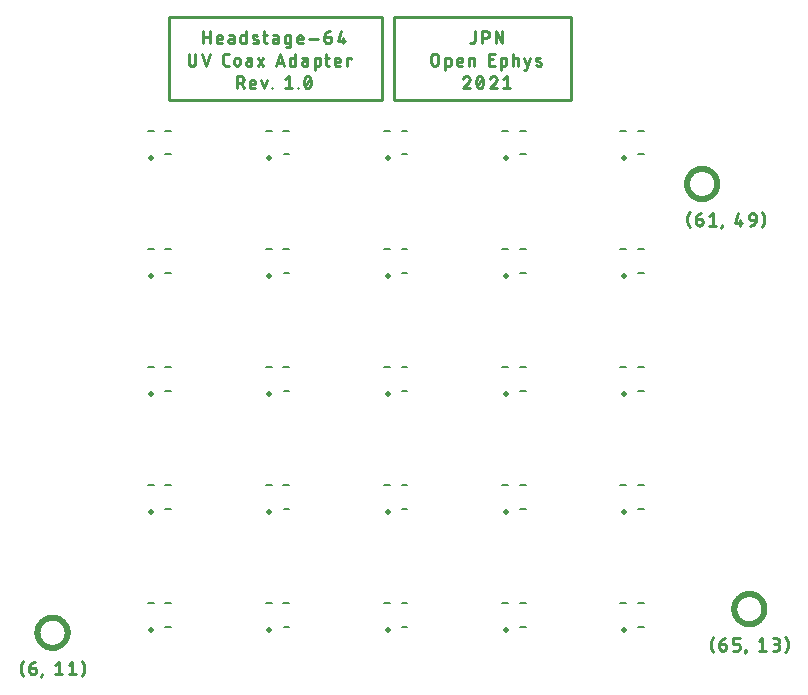
<source format=gto>
G75*
%MOIN*%
%OFA0B0*%
%FSLAX25Y25*%
%IPPOS*%
%LPD*%
%AMOC8*
5,1,8,0,0,1.08239X$1,22.5*
%
%ADD10C,0.00900*%
%ADD11C,0.01000*%
%ADD12C,0.01969*%
%ADD13C,0.00500*%
%ADD14C,0.01969*%
D10*
X0020917Y0029535D02*
X0021258Y0030446D01*
X0021258Y0030674D01*
X0021031Y0030674D01*
X0021031Y0030446D01*
X0021258Y0030446D01*
X0019161Y0031585D02*
X0019161Y0031813D01*
X0019159Y0031873D01*
X0019153Y0031932D01*
X0019143Y0031991D01*
X0019130Y0032049D01*
X0019113Y0032106D01*
X0019092Y0032162D01*
X0019067Y0032216D01*
X0019039Y0032269D01*
X0019007Y0032319D01*
X0018973Y0032368D01*
X0018935Y0032414D01*
X0018894Y0032457D01*
X0018851Y0032498D01*
X0018805Y0032536D01*
X0018756Y0032570D01*
X0018706Y0032602D01*
X0018653Y0032630D01*
X0018599Y0032655D01*
X0018543Y0032676D01*
X0018486Y0032693D01*
X0018428Y0032706D01*
X0018369Y0032716D01*
X0018310Y0032722D01*
X0018250Y0032724D01*
X0016883Y0032724D01*
X0016883Y0031585D01*
X0016885Y0031519D01*
X0016891Y0031453D01*
X0016900Y0031387D01*
X0016914Y0031322D01*
X0016931Y0031258D01*
X0016952Y0031195D01*
X0016976Y0031134D01*
X0017004Y0031074D01*
X0017036Y0031016D01*
X0017070Y0030959D01*
X0017108Y0030905D01*
X0017149Y0030853D01*
X0017194Y0030803D01*
X0017240Y0030757D01*
X0017290Y0030712D01*
X0017342Y0030671D01*
X0017396Y0030633D01*
X0017452Y0030599D01*
X0017511Y0030567D01*
X0017571Y0030539D01*
X0017632Y0030515D01*
X0017695Y0030494D01*
X0017759Y0030477D01*
X0017824Y0030463D01*
X0017890Y0030454D01*
X0017956Y0030448D01*
X0018022Y0030446D01*
X0018088Y0030448D01*
X0018154Y0030454D01*
X0018220Y0030463D01*
X0018285Y0030477D01*
X0018349Y0030494D01*
X0018412Y0030515D01*
X0018473Y0030539D01*
X0018533Y0030567D01*
X0018592Y0030599D01*
X0018648Y0030633D01*
X0018702Y0030671D01*
X0018754Y0030712D01*
X0018804Y0030757D01*
X0018850Y0030803D01*
X0018895Y0030853D01*
X0018936Y0030905D01*
X0018974Y0030959D01*
X0019008Y0031016D01*
X0019040Y0031074D01*
X0019068Y0031134D01*
X0019092Y0031195D01*
X0019113Y0031258D01*
X0019130Y0031322D01*
X0019144Y0031387D01*
X0019153Y0031453D01*
X0019159Y0031519D01*
X0019161Y0031585D01*
X0016883Y0032724D02*
X0016885Y0032808D01*
X0016891Y0032892D01*
X0016900Y0032976D01*
X0016914Y0033059D01*
X0016931Y0033141D01*
X0016953Y0033223D01*
X0016977Y0033303D01*
X0017006Y0033382D01*
X0017038Y0033460D01*
X0017074Y0033536D01*
X0017113Y0033611D01*
X0017156Y0033683D01*
X0017202Y0033754D01*
X0017251Y0033822D01*
X0017303Y0033888D01*
X0017359Y0033951D01*
X0017417Y0034012D01*
X0017478Y0034070D01*
X0017541Y0034126D01*
X0017607Y0034178D01*
X0017675Y0034227D01*
X0017746Y0034273D01*
X0017818Y0034316D01*
X0017893Y0034355D01*
X0017969Y0034391D01*
X0018047Y0034423D01*
X0018126Y0034452D01*
X0018206Y0034476D01*
X0018288Y0034498D01*
X0018370Y0034515D01*
X0018453Y0034529D01*
X0018537Y0034538D01*
X0018621Y0034544D01*
X0018705Y0034546D01*
X0013985Y0032496D02*
X0013987Y0032372D01*
X0013993Y0032249D01*
X0014003Y0032125D01*
X0014016Y0032003D01*
X0014034Y0031880D01*
X0014055Y0031758D01*
X0014081Y0031637D01*
X0014110Y0031517D01*
X0014143Y0031398D01*
X0014179Y0031280D01*
X0014220Y0031163D01*
X0014264Y0031047D01*
X0014312Y0030933D01*
X0014363Y0030821D01*
X0014418Y0030710D01*
X0014476Y0030601D01*
X0014538Y0030494D01*
X0014603Y0030389D01*
X0014672Y0030286D01*
X0014743Y0030185D01*
X0014818Y0030086D01*
X0014896Y0029990D01*
X0013985Y0032496D02*
X0013987Y0032620D01*
X0013993Y0032743D01*
X0014003Y0032867D01*
X0014016Y0032989D01*
X0014034Y0033112D01*
X0014055Y0033234D01*
X0014081Y0033355D01*
X0014110Y0033475D01*
X0014143Y0033594D01*
X0014179Y0033712D01*
X0014220Y0033829D01*
X0014264Y0033945D01*
X0014312Y0034059D01*
X0014363Y0034171D01*
X0014418Y0034282D01*
X0014476Y0034391D01*
X0014538Y0034498D01*
X0014603Y0034603D01*
X0014672Y0034706D01*
X0014743Y0034807D01*
X0014818Y0034906D01*
X0014896Y0035002D01*
X0025583Y0033635D02*
X0026722Y0034546D01*
X0026722Y0030446D01*
X0025583Y0030446D02*
X0027861Y0030446D01*
X0030083Y0030446D02*
X0032361Y0030446D01*
X0031222Y0030446D02*
X0031222Y0034546D01*
X0030083Y0033635D01*
X0035259Y0032496D02*
X0035257Y0032372D01*
X0035251Y0032249D01*
X0035241Y0032126D01*
X0035228Y0032003D01*
X0035210Y0031880D01*
X0035189Y0031758D01*
X0035163Y0031637D01*
X0035134Y0031517D01*
X0035101Y0031398D01*
X0035065Y0031280D01*
X0035024Y0031163D01*
X0034980Y0031047D01*
X0034932Y0030933D01*
X0034881Y0030821D01*
X0034826Y0030710D01*
X0034768Y0030601D01*
X0034706Y0030494D01*
X0034641Y0030389D01*
X0034572Y0030286D01*
X0034501Y0030185D01*
X0034426Y0030086D01*
X0034348Y0029990D01*
X0035259Y0032496D02*
X0035257Y0032620D01*
X0035251Y0032743D01*
X0035241Y0032867D01*
X0035228Y0032989D01*
X0035210Y0033112D01*
X0035189Y0033234D01*
X0035163Y0033355D01*
X0035134Y0033475D01*
X0035101Y0033594D01*
X0035065Y0033712D01*
X0035024Y0033829D01*
X0034980Y0033945D01*
X0034932Y0034059D01*
X0034881Y0034171D01*
X0034826Y0034282D01*
X0034768Y0034391D01*
X0034706Y0034498D01*
X0034641Y0034603D01*
X0034572Y0034706D01*
X0034501Y0034807D01*
X0034426Y0034906D01*
X0034348Y0035002D01*
X0086021Y0225775D02*
X0086021Y0229875D01*
X0087159Y0229875D01*
X0087225Y0229873D01*
X0087291Y0229867D01*
X0087357Y0229858D01*
X0087422Y0229844D01*
X0087486Y0229827D01*
X0087549Y0229806D01*
X0087610Y0229782D01*
X0087670Y0229754D01*
X0087728Y0229722D01*
X0087785Y0229688D01*
X0087839Y0229650D01*
X0087891Y0229609D01*
X0087941Y0229564D01*
X0087987Y0229518D01*
X0088032Y0229468D01*
X0088073Y0229416D01*
X0088111Y0229362D01*
X0088145Y0229306D01*
X0088177Y0229247D01*
X0088205Y0229187D01*
X0088229Y0229126D01*
X0088250Y0229063D01*
X0088267Y0228999D01*
X0088281Y0228934D01*
X0088290Y0228868D01*
X0088296Y0228802D01*
X0088298Y0228736D01*
X0088296Y0228670D01*
X0088290Y0228604D01*
X0088281Y0228538D01*
X0088267Y0228473D01*
X0088250Y0228409D01*
X0088229Y0228346D01*
X0088205Y0228285D01*
X0088177Y0228225D01*
X0088145Y0228167D01*
X0088111Y0228110D01*
X0088073Y0228056D01*
X0088032Y0228004D01*
X0087987Y0227954D01*
X0087941Y0227908D01*
X0087891Y0227863D01*
X0087839Y0227822D01*
X0087785Y0227784D01*
X0087729Y0227750D01*
X0087670Y0227718D01*
X0087610Y0227690D01*
X0087549Y0227666D01*
X0087486Y0227645D01*
X0087422Y0227628D01*
X0087357Y0227614D01*
X0087291Y0227605D01*
X0087225Y0227599D01*
X0087159Y0227597D01*
X0086021Y0227597D01*
X0087387Y0227597D02*
X0088298Y0225775D01*
X0090401Y0226458D02*
X0090401Y0227597D01*
X0090401Y0227141D02*
X0092223Y0227141D01*
X0092223Y0227597D01*
X0092221Y0227657D01*
X0092215Y0227716D01*
X0092205Y0227775D01*
X0092192Y0227833D01*
X0092175Y0227890D01*
X0092154Y0227946D01*
X0092129Y0228000D01*
X0092101Y0228053D01*
X0092069Y0228103D01*
X0092035Y0228152D01*
X0091997Y0228198D01*
X0091956Y0228241D01*
X0091913Y0228282D01*
X0091867Y0228320D01*
X0091818Y0228354D01*
X0091768Y0228386D01*
X0091715Y0228414D01*
X0091661Y0228439D01*
X0091605Y0228460D01*
X0091548Y0228477D01*
X0091490Y0228490D01*
X0091431Y0228500D01*
X0091372Y0228506D01*
X0091312Y0228508D01*
X0091252Y0228506D01*
X0091193Y0228500D01*
X0091134Y0228490D01*
X0091076Y0228477D01*
X0091019Y0228460D01*
X0090963Y0228439D01*
X0090909Y0228414D01*
X0090857Y0228386D01*
X0090806Y0228354D01*
X0090757Y0228320D01*
X0090711Y0228282D01*
X0090668Y0228241D01*
X0090627Y0228198D01*
X0090589Y0228152D01*
X0090555Y0228103D01*
X0090523Y0228053D01*
X0090495Y0228000D01*
X0090470Y0227946D01*
X0090449Y0227890D01*
X0090432Y0227833D01*
X0090419Y0227775D01*
X0090409Y0227716D01*
X0090403Y0227657D01*
X0090401Y0227597D01*
X0090402Y0226458D02*
X0090404Y0226407D01*
X0090410Y0226356D01*
X0090419Y0226306D01*
X0090432Y0226257D01*
X0090449Y0226208D01*
X0090470Y0226162D01*
X0090494Y0226117D01*
X0090521Y0226073D01*
X0090551Y0226032D01*
X0090584Y0225993D01*
X0090620Y0225957D01*
X0090659Y0225924D01*
X0090700Y0225894D01*
X0090744Y0225867D01*
X0090789Y0225843D01*
X0090835Y0225822D01*
X0090884Y0225805D01*
X0090933Y0225792D01*
X0090983Y0225783D01*
X0091034Y0225777D01*
X0091085Y0225775D01*
X0092223Y0225775D01*
X0095062Y0225775D02*
X0094151Y0228508D01*
X0095973Y0228508D02*
X0095062Y0225775D01*
X0097648Y0225775D02*
X0097876Y0225775D01*
X0097876Y0226003D01*
X0097648Y0226003D01*
X0097648Y0225775D01*
X0102173Y0225775D02*
X0104451Y0225775D01*
X0103312Y0225775D02*
X0103312Y0229875D01*
X0102173Y0228964D01*
X0101741Y0233275D02*
X0100375Y0237375D01*
X0099008Y0233275D01*
X0099350Y0234300D02*
X0101400Y0234300D01*
X0103626Y0233958D02*
X0103626Y0235325D01*
X0103628Y0235376D01*
X0103634Y0235427D01*
X0103643Y0235477D01*
X0103656Y0235526D01*
X0103673Y0235575D01*
X0103694Y0235621D01*
X0103718Y0235667D01*
X0103745Y0235710D01*
X0103775Y0235751D01*
X0103808Y0235790D01*
X0103844Y0235826D01*
X0103883Y0235859D01*
X0103924Y0235889D01*
X0103968Y0235916D01*
X0104013Y0235940D01*
X0104059Y0235961D01*
X0104108Y0235978D01*
X0104157Y0235991D01*
X0104207Y0236000D01*
X0104258Y0236006D01*
X0104309Y0236008D01*
X0105448Y0236008D01*
X0105448Y0237375D02*
X0105448Y0233275D01*
X0104309Y0233275D01*
X0104258Y0233277D01*
X0104207Y0233283D01*
X0104157Y0233292D01*
X0104108Y0233305D01*
X0104059Y0233322D01*
X0104013Y0233343D01*
X0103968Y0233367D01*
X0103924Y0233394D01*
X0103883Y0233424D01*
X0103844Y0233457D01*
X0103808Y0233493D01*
X0103775Y0233532D01*
X0103745Y0233573D01*
X0103718Y0233617D01*
X0103694Y0233662D01*
X0103673Y0233708D01*
X0103656Y0233757D01*
X0103643Y0233806D01*
X0103634Y0233856D01*
X0103628Y0233907D01*
X0103626Y0233958D01*
X0107904Y0236008D02*
X0108815Y0236008D01*
X0108866Y0236006D01*
X0108917Y0236000D01*
X0108967Y0235991D01*
X0109016Y0235978D01*
X0109065Y0235961D01*
X0109111Y0235940D01*
X0109156Y0235916D01*
X0109200Y0235889D01*
X0109241Y0235859D01*
X0109280Y0235826D01*
X0109316Y0235790D01*
X0109349Y0235751D01*
X0109379Y0235710D01*
X0109406Y0235667D01*
X0109430Y0235621D01*
X0109451Y0235575D01*
X0109468Y0235526D01*
X0109481Y0235477D01*
X0109490Y0235427D01*
X0109496Y0235376D01*
X0109498Y0235325D01*
X0109498Y0233275D01*
X0108473Y0233275D01*
X0108417Y0233277D01*
X0108362Y0233283D01*
X0108307Y0233292D01*
X0108253Y0233306D01*
X0108200Y0233323D01*
X0108149Y0233344D01*
X0108099Y0233368D01*
X0108051Y0233396D01*
X0108005Y0233427D01*
X0107961Y0233461D01*
X0107919Y0233499D01*
X0107881Y0233539D01*
X0107845Y0233581D01*
X0107812Y0233626D01*
X0107783Y0233674D01*
X0107757Y0233723D01*
X0107734Y0233773D01*
X0107715Y0233826D01*
X0107700Y0233879D01*
X0107688Y0233934D01*
X0107680Y0233989D01*
X0107676Y0234044D01*
X0107676Y0234100D01*
X0107680Y0234155D01*
X0107688Y0234210D01*
X0107700Y0234265D01*
X0107715Y0234318D01*
X0107734Y0234371D01*
X0107757Y0234421D01*
X0107783Y0234471D01*
X0107812Y0234518D01*
X0107845Y0234563D01*
X0107881Y0234605D01*
X0107919Y0234645D01*
X0107961Y0234683D01*
X0108005Y0234717D01*
X0108051Y0234748D01*
X0108099Y0234776D01*
X0108149Y0234800D01*
X0108200Y0234821D01*
X0108253Y0234838D01*
X0108307Y0234852D01*
X0108362Y0234861D01*
X0108417Y0234867D01*
X0108473Y0234869D01*
X0109498Y0234869D01*
X0111951Y0236008D02*
X0113090Y0236008D01*
X0113141Y0236006D01*
X0113192Y0236000D01*
X0113242Y0235991D01*
X0113291Y0235978D01*
X0113340Y0235961D01*
X0113386Y0235940D01*
X0113431Y0235916D01*
X0113475Y0235889D01*
X0113516Y0235859D01*
X0113555Y0235826D01*
X0113591Y0235790D01*
X0113624Y0235751D01*
X0113654Y0235710D01*
X0113681Y0235667D01*
X0113705Y0235621D01*
X0113726Y0235575D01*
X0113743Y0235526D01*
X0113756Y0235477D01*
X0113765Y0235427D01*
X0113771Y0235376D01*
X0113773Y0235325D01*
X0113773Y0233958D01*
X0113771Y0233907D01*
X0113765Y0233856D01*
X0113756Y0233806D01*
X0113743Y0233757D01*
X0113726Y0233708D01*
X0113705Y0233662D01*
X0113681Y0233616D01*
X0113654Y0233573D01*
X0113624Y0233532D01*
X0113591Y0233493D01*
X0113555Y0233457D01*
X0113516Y0233424D01*
X0113475Y0233394D01*
X0113431Y0233367D01*
X0113386Y0233343D01*
X0113340Y0233322D01*
X0113291Y0233305D01*
X0113242Y0233292D01*
X0113192Y0233283D01*
X0113141Y0233277D01*
X0113090Y0233275D01*
X0111951Y0233275D01*
X0111951Y0231908D02*
X0111951Y0236008D01*
X0115382Y0236008D02*
X0116749Y0236008D01*
X0115838Y0237375D02*
X0115838Y0233958D01*
X0115840Y0233907D01*
X0115846Y0233856D01*
X0115855Y0233806D01*
X0115868Y0233757D01*
X0115885Y0233708D01*
X0115906Y0233662D01*
X0115930Y0233617D01*
X0115957Y0233573D01*
X0115987Y0233532D01*
X0116020Y0233493D01*
X0116056Y0233457D01*
X0116095Y0233424D01*
X0116136Y0233394D01*
X0116180Y0233367D01*
X0116225Y0233343D01*
X0116271Y0233322D01*
X0116320Y0233305D01*
X0116369Y0233292D01*
X0116419Y0233283D01*
X0116470Y0233277D01*
X0116521Y0233275D01*
X0116749Y0233275D01*
X0118664Y0233958D02*
X0118664Y0235097D01*
X0118664Y0234641D02*
X0120486Y0234641D01*
X0120486Y0235097D01*
X0120484Y0235157D01*
X0120478Y0235216D01*
X0120468Y0235275D01*
X0120455Y0235333D01*
X0120438Y0235390D01*
X0120417Y0235446D01*
X0120392Y0235500D01*
X0120364Y0235553D01*
X0120332Y0235603D01*
X0120298Y0235652D01*
X0120260Y0235698D01*
X0120219Y0235741D01*
X0120176Y0235782D01*
X0120130Y0235820D01*
X0120081Y0235854D01*
X0120031Y0235886D01*
X0119978Y0235914D01*
X0119924Y0235939D01*
X0119868Y0235960D01*
X0119811Y0235977D01*
X0119753Y0235990D01*
X0119694Y0236000D01*
X0119635Y0236006D01*
X0119575Y0236008D01*
X0119515Y0236006D01*
X0119456Y0236000D01*
X0119397Y0235990D01*
X0119339Y0235977D01*
X0119282Y0235960D01*
X0119226Y0235939D01*
X0119172Y0235914D01*
X0119120Y0235886D01*
X0119069Y0235854D01*
X0119020Y0235820D01*
X0118974Y0235782D01*
X0118931Y0235741D01*
X0118890Y0235698D01*
X0118852Y0235652D01*
X0118818Y0235603D01*
X0118786Y0235553D01*
X0118758Y0235500D01*
X0118733Y0235446D01*
X0118712Y0235390D01*
X0118695Y0235333D01*
X0118682Y0235275D01*
X0118672Y0235216D01*
X0118666Y0235157D01*
X0118664Y0235097D01*
X0118664Y0233958D02*
X0118666Y0233907D01*
X0118672Y0233856D01*
X0118681Y0233806D01*
X0118694Y0233757D01*
X0118711Y0233708D01*
X0118732Y0233662D01*
X0118756Y0233617D01*
X0118783Y0233573D01*
X0118813Y0233532D01*
X0118846Y0233493D01*
X0118882Y0233457D01*
X0118921Y0233424D01*
X0118962Y0233394D01*
X0119006Y0233367D01*
X0119051Y0233343D01*
X0119097Y0233322D01*
X0119146Y0233305D01*
X0119195Y0233292D01*
X0119245Y0233283D01*
X0119296Y0233277D01*
X0119347Y0233275D01*
X0120486Y0233275D01*
X0122756Y0233275D02*
X0122756Y0236008D01*
X0124123Y0236008D01*
X0124123Y0235553D01*
X0121341Y0240775D02*
X0121341Y0242597D01*
X0122025Y0241686D02*
X0119747Y0241686D01*
X0120658Y0244875D01*
X0117069Y0244875D02*
X0116985Y0244873D01*
X0116901Y0244867D01*
X0116817Y0244858D01*
X0116734Y0244844D01*
X0116652Y0244827D01*
X0116570Y0244805D01*
X0116490Y0244781D01*
X0116411Y0244752D01*
X0116333Y0244720D01*
X0116257Y0244684D01*
X0116182Y0244645D01*
X0116110Y0244602D01*
X0116039Y0244556D01*
X0115971Y0244507D01*
X0115905Y0244455D01*
X0115842Y0244399D01*
X0115781Y0244341D01*
X0115723Y0244280D01*
X0115667Y0244217D01*
X0115615Y0244151D01*
X0115566Y0244083D01*
X0115520Y0244012D01*
X0115477Y0243940D01*
X0115438Y0243865D01*
X0115402Y0243789D01*
X0115370Y0243711D01*
X0115341Y0243632D01*
X0115317Y0243552D01*
X0115295Y0243470D01*
X0115278Y0243388D01*
X0115264Y0243305D01*
X0115255Y0243221D01*
X0115249Y0243137D01*
X0115247Y0243053D01*
X0115247Y0241914D01*
X0115247Y0243053D02*
X0116614Y0243053D01*
X0116614Y0243052D02*
X0116674Y0243050D01*
X0116733Y0243044D01*
X0116792Y0243034D01*
X0116850Y0243021D01*
X0116907Y0243004D01*
X0116963Y0242983D01*
X0117017Y0242958D01*
X0117070Y0242930D01*
X0117120Y0242898D01*
X0117169Y0242864D01*
X0117215Y0242826D01*
X0117258Y0242785D01*
X0117299Y0242742D01*
X0117337Y0242696D01*
X0117371Y0242647D01*
X0117403Y0242597D01*
X0117431Y0242544D01*
X0117456Y0242490D01*
X0117477Y0242434D01*
X0117494Y0242377D01*
X0117507Y0242319D01*
X0117517Y0242260D01*
X0117523Y0242201D01*
X0117525Y0242141D01*
X0117525Y0241914D01*
X0117523Y0241848D01*
X0117517Y0241782D01*
X0117508Y0241716D01*
X0117494Y0241651D01*
X0117477Y0241587D01*
X0117456Y0241524D01*
X0117432Y0241463D01*
X0117404Y0241403D01*
X0117372Y0241345D01*
X0117338Y0241288D01*
X0117300Y0241234D01*
X0117259Y0241182D01*
X0117214Y0241132D01*
X0117168Y0241086D01*
X0117118Y0241041D01*
X0117066Y0241000D01*
X0117012Y0240962D01*
X0116956Y0240928D01*
X0116897Y0240896D01*
X0116837Y0240868D01*
X0116776Y0240844D01*
X0116713Y0240823D01*
X0116649Y0240806D01*
X0116584Y0240792D01*
X0116518Y0240783D01*
X0116452Y0240777D01*
X0116386Y0240775D01*
X0116320Y0240777D01*
X0116254Y0240783D01*
X0116188Y0240792D01*
X0116123Y0240806D01*
X0116059Y0240823D01*
X0115996Y0240844D01*
X0115935Y0240868D01*
X0115875Y0240896D01*
X0115817Y0240928D01*
X0115760Y0240962D01*
X0115706Y0241000D01*
X0115654Y0241041D01*
X0115604Y0241086D01*
X0115558Y0241132D01*
X0115513Y0241182D01*
X0115472Y0241234D01*
X0115434Y0241288D01*
X0115400Y0241345D01*
X0115368Y0241403D01*
X0115340Y0241463D01*
X0115316Y0241524D01*
X0115295Y0241587D01*
X0115278Y0241651D01*
X0115264Y0241716D01*
X0115255Y0241782D01*
X0115249Y0241848D01*
X0115247Y0241914D01*
X0112952Y0242369D02*
X0110219Y0242369D01*
X0107997Y0242141D02*
X0106175Y0242141D01*
X0106175Y0242597D02*
X0106175Y0241458D01*
X0106177Y0241407D01*
X0106183Y0241356D01*
X0106192Y0241306D01*
X0106205Y0241257D01*
X0106222Y0241208D01*
X0106243Y0241162D01*
X0106267Y0241117D01*
X0106294Y0241073D01*
X0106324Y0241032D01*
X0106357Y0240993D01*
X0106393Y0240957D01*
X0106432Y0240924D01*
X0106473Y0240894D01*
X0106517Y0240867D01*
X0106562Y0240843D01*
X0106608Y0240822D01*
X0106657Y0240805D01*
X0106706Y0240792D01*
X0106756Y0240783D01*
X0106807Y0240777D01*
X0106858Y0240775D01*
X0107997Y0240775D01*
X0107997Y0242141D02*
X0107997Y0242597D01*
X0107995Y0242657D01*
X0107989Y0242716D01*
X0107979Y0242775D01*
X0107966Y0242833D01*
X0107949Y0242890D01*
X0107928Y0242946D01*
X0107903Y0243000D01*
X0107875Y0243053D01*
X0107843Y0243103D01*
X0107809Y0243152D01*
X0107771Y0243198D01*
X0107730Y0243241D01*
X0107687Y0243282D01*
X0107641Y0243320D01*
X0107592Y0243354D01*
X0107542Y0243386D01*
X0107489Y0243414D01*
X0107435Y0243439D01*
X0107379Y0243460D01*
X0107322Y0243477D01*
X0107264Y0243490D01*
X0107205Y0243500D01*
X0107146Y0243506D01*
X0107086Y0243508D01*
X0107026Y0243506D01*
X0106967Y0243500D01*
X0106908Y0243490D01*
X0106850Y0243477D01*
X0106793Y0243460D01*
X0106737Y0243439D01*
X0106683Y0243414D01*
X0106631Y0243386D01*
X0106580Y0243354D01*
X0106531Y0243320D01*
X0106485Y0243282D01*
X0106442Y0243241D01*
X0106401Y0243198D01*
X0106363Y0243152D01*
X0106329Y0243103D01*
X0106297Y0243053D01*
X0106269Y0243000D01*
X0106244Y0242946D01*
X0106223Y0242890D01*
X0106206Y0242833D01*
X0106193Y0242775D01*
X0106183Y0242716D01*
X0106177Y0242657D01*
X0106175Y0242597D01*
X0103909Y0243508D02*
X0103909Y0240091D01*
X0103907Y0240040D01*
X0103901Y0239989D01*
X0103892Y0239939D01*
X0103879Y0239890D01*
X0103862Y0239841D01*
X0103841Y0239795D01*
X0103817Y0239749D01*
X0103790Y0239706D01*
X0103760Y0239665D01*
X0103727Y0239626D01*
X0103691Y0239590D01*
X0103652Y0239557D01*
X0103611Y0239527D01*
X0103567Y0239500D01*
X0103522Y0239476D01*
X0103476Y0239455D01*
X0103427Y0239438D01*
X0103378Y0239425D01*
X0103328Y0239416D01*
X0103277Y0239410D01*
X0103226Y0239408D01*
X0102315Y0239408D01*
X0102770Y0240775D02*
X0103909Y0240775D01*
X0102770Y0240775D02*
X0102719Y0240777D01*
X0102668Y0240783D01*
X0102618Y0240792D01*
X0102569Y0240805D01*
X0102520Y0240822D01*
X0102474Y0240843D01*
X0102429Y0240867D01*
X0102385Y0240894D01*
X0102344Y0240924D01*
X0102305Y0240957D01*
X0102269Y0240993D01*
X0102236Y0241032D01*
X0102206Y0241073D01*
X0102179Y0241117D01*
X0102155Y0241162D01*
X0102134Y0241208D01*
X0102117Y0241257D01*
X0102104Y0241306D01*
X0102095Y0241356D01*
X0102089Y0241407D01*
X0102087Y0241458D01*
X0102087Y0242825D01*
X0102089Y0242876D01*
X0102095Y0242927D01*
X0102104Y0242977D01*
X0102117Y0243026D01*
X0102134Y0243075D01*
X0102155Y0243121D01*
X0102179Y0243167D01*
X0102206Y0243210D01*
X0102236Y0243251D01*
X0102269Y0243290D01*
X0102305Y0243326D01*
X0102344Y0243359D01*
X0102385Y0243389D01*
X0102429Y0243416D01*
X0102474Y0243440D01*
X0102520Y0243461D01*
X0102569Y0243478D01*
X0102618Y0243491D01*
X0102668Y0243500D01*
X0102719Y0243506D01*
X0102770Y0243508D01*
X0103909Y0243508D01*
X0099859Y0242825D02*
X0099859Y0240775D01*
X0098834Y0240775D01*
X0098778Y0240777D01*
X0098723Y0240783D01*
X0098668Y0240792D01*
X0098614Y0240806D01*
X0098561Y0240823D01*
X0098510Y0240844D01*
X0098460Y0240868D01*
X0098412Y0240896D01*
X0098366Y0240927D01*
X0098322Y0240961D01*
X0098280Y0240999D01*
X0098242Y0241039D01*
X0098206Y0241081D01*
X0098173Y0241126D01*
X0098144Y0241174D01*
X0098118Y0241223D01*
X0098095Y0241273D01*
X0098076Y0241326D01*
X0098061Y0241379D01*
X0098049Y0241434D01*
X0098041Y0241489D01*
X0098037Y0241544D01*
X0098037Y0241600D01*
X0098041Y0241655D01*
X0098049Y0241710D01*
X0098061Y0241765D01*
X0098076Y0241818D01*
X0098095Y0241871D01*
X0098118Y0241921D01*
X0098144Y0241971D01*
X0098173Y0242018D01*
X0098206Y0242063D01*
X0098242Y0242105D01*
X0098280Y0242145D01*
X0098322Y0242183D01*
X0098366Y0242217D01*
X0098412Y0242248D01*
X0098460Y0242276D01*
X0098510Y0242300D01*
X0098561Y0242321D01*
X0098614Y0242338D01*
X0098668Y0242352D01*
X0098723Y0242361D01*
X0098778Y0242367D01*
X0098834Y0242369D01*
X0099859Y0242369D01*
X0099859Y0242825D02*
X0099857Y0242876D01*
X0099851Y0242927D01*
X0099842Y0242977D01*
X0099829Y0243026D01*
X0099812Y0243075D01*
X0099791Y0243121D01*
X0099767Y0243167D01*
X0099740Y0243210D01*
X0099710Y0243251D01*
X0099677Y0243290D01*
X0099641Y0243326D01*
X0099602Y0243359D01*
X0099561Y0243389D01*
X0099517Y0243416D01*
X0099472Y0243440D01*
X0099426Y0243461D01*
X0099377Y0243478D01*
X0099328Y0243491D01*
X0099278Y0243500D01*
X0099227Y0243506D01*
X0099176Y0243508D01*
X0098265Y0243508D01*
X0096160Y0243508D02*
X0094793Y0243508D01*
X0095249Y0244875D02*
X0095249Y0241458D01*
X0095251Y0241407D01*
X0095257Y0241356D01*
X0095266Y0241306D01*
X0095279Y0241257D01*
X0095296Y0241208D01*
X0095317Y0241162D01*
X0095341Y0241117D01*
X0095368Y0241073D01*
X0095398Y0241032D01*
X0095431Y0240993D01*
X0095467Y0240957D01*
X0095506Y0240924D01*
X0095547Y0240894D01*
X0095591Y0240867D01*
X0095636Y0240843D01*
X0095682Y0240822D01*
X0095731Y0240805D01*
X0095780Y0240792D01*
X0095830Y0240783D01*
X0095881Y0240777D01*
X0095932Y0240775D01*
X0096160Y0240775D01*
X0092805Y0241914D02*
X0091666Y0242369D01*
X0091667Y0242369D02*
X0091624Y0242388D01*
X0091583Y0242411D01*
X0091543Y0242436D01*
X0091506Y0242465D01*
X0091472Y0242497D01*
X0091440Y0242531D01*
X0091410Y0242567D01*
X0091384Y0242606D01*
X0091361Y0242647D01*
X0091341Y0242689D01*
X0091325Y0242733D01*
X0091312Y0242778D01*
X0091302Y0242824D01*
X0091297Y0242871D01*
X0091295Y0242918D01*
X0091297Y0242964D01*
X0091302Y0243011D01*
X0091312Y0243057D01*
X0091324Y0243102D01*
X0091341Y0243146D01*
X0091360Y0243188D01*
X0091383Y0243229D01*
X0091410Y0243268D01*
X0091439Y0243304D01*
X0091471Y0243339D01*
X0091506Y0243370D01*
X0091543Y0243399D01*
X0091582Y0243425D01*
X0091623Y0243447D01*
X0091666Y0243466D01*
X0091710Y0243482D01*
X0091755Y0243494D01*
X0091801Y0243503D01*
X0091848Y0243508D01*
X0091894Y0243509D01*
X0091325Y0241003D02*
X0091435Y0240965D01*
X0091546Y0240931D01*
X0091658Y0240900D01*
X0091771Y0240872D01*
X0091885Y0240848D01*
X0091999Y0240827D01*
X0092114Y0240810D01*
X0092230Y0240796D01*
X0092346Y0240786D01*
X0092462Y0240779D01*
X0092578Y0240775D01*
X0092578Y0240774D02*
X0092624Y0240775D01*
X0092671Y0240780D01*
X0092717Y0240789D01*
X0092762Y0240801D01*
X0092806Y0240817D01*
X0092849Y0240836D01*
X0092890Y0240858D01*
X0092929Y0240884D01*
X0092966Y0240913D01*
X0093001Y0240944D01*
X0093033Y0240979D01*
X0093062Y0241015D01*
X0093089Y0241054D01*
X0093112Y0241095D01*
X0093131Y0241137D01*
X0093148Y0241181D01*
X0093160Y0241226D01*
X0093170Y0241272D01*
X0093175Y0241319D01*
X0093177Y0241365D01*
X0093175Y0241412D01*
X0093170Y0241459D01*
X0093160Y0241505D01*
X0093147Y0241550D01*
X0093131Y0241594D01*
X0093111Y0241636D01*
X0093088Y0241677D01*
X0093062Y0241716D01*
X0093032Y0241752D01*
X0093000Y0241786D01*
X0092966Y0241818D01*
X0092929Y0241847D01*
X0092889Y0241872D01*
X0092848Y0241895D01*
X0092805Y0241914D01*
X0092919Y0243281D02*
X0092831Y0243319D01*
X0092741Y0243353D01*
X0092650Y0243384D01*
X0092558Y0243412D01*
X0092465Y0243437D01*
X0092371Y0243457D01*
X0092277Y0243475D01*
X0092182Y0243489D01*
X0092086Y0243499D01*
X0091990Y0243506D01*
X0091894Y0243509D01*
X0089059Y0243508D02*
X0087920Y0243508D01*
X0087869Y0243506D01*
X0087818Y0243500D01*
X0087768Y0243491D01*
X0087719Y0243478D01*
X0087670Y0243461D01*
X0087624Y0243440D01*
X0087579Y0243416D01*
X0087535Y0243389D01*
X0087494Y0243359D01*
X0087455Y0243326D01*
X0087419Y0243290D01*
X0087386Y0243251D01*
X0087356Y0243210D01*
X0087329Y0243167D01*
X0087305Y0243121D01*
X0087284Y0243075D01*
X0087267Y0243026D01*
X0087254Y0242977D01*
X0087245Y0242927D01*
X0087239Y0242876D01*
X0087237Y0242825D01*
X0087237Y0241458D01*
X0087239Y0241407D01*
X0087245Y0241356D01*
X0087254Y0241306D01*
X0087267Y0241257D01*
X0087284Y0241208D01*
X0087305Y0241162D01*
X0087329Y0241117D01*
X0087356Y0241073D01*
X0087386Y0241032D01*
X0087419Y0240993D01*
X0087455Y0240957D01*
X0087494Y0240924D01*
X0087535Y0240894D01*
X0087579Y0240867D01*
X0087624Y0240843D01*
X0087670Y0240822D01*
X0087719Y0240805D01*
X0087768Y0240792D01*
X0087818Y0240783D01*
X0087869Y0240777D01*
X0087920Y0240775D01*
X0089059Y0240775D01*
X0089059Y0244875D01*
X0085009Y0242825D02*
X0085009Y0240775D01*
X0083984Y0240775D01*
X0083928Y0240777D01*
X0083873Y0240783D01*
X0083818Y0240792D01*
X0083764Y0240806D01*
X0083711Y0240823D01*
X0083660Y0240844D01*
X0083610Y0240868D01*
X0083562Y0240896D01*
X0083516Y0240927D01*
X0083472Y0240961D01*
X0083430Y0240999D01*
X0083392Y0241039D01*
X0083356Y0241081D01*
X0083323Y0241126D01*
X0083294Y0241174D01*
X0083268Y0241223D01*
X0083245Y0241273D01*
X0083226Y0241326D01*
X0083211Y0241379D01*
X0083199Y0241434D01*
X0083191Y0241489D01*
X0083187Y0241544D01*
X0083187Y0241600D01*
X0083191Y0241655D01*
X0083199Y0241710D01*
X0083211Y0241765D01*
X0083226Y0241818D01*
X0083245Y0241871D01*
X0083268Y0241921D01*
X0083294Y0241971D01*
X0083323Y0242018D01*
X0083356Y0242063D01*
X0083392Y0242105D01*
X0083430Y0242145D01*
X0083472Y0242183D01*
X0083516Y0242217D01*
X0083562Y0242248D01*
X0083610Y0242276D01*
X0083660Y0242300D01*
X0083711Y0242321D01*
X0083764Y0242338D01*
X0083818Y0242352D01*
X0083873Y0242361D01*
X0083928Y0242367D01*
X0083984Y0242369D01*
X0085009Y0242369D01*
X0085009Y0242825D02*
X0085007Y0242876D01*
X0085001Y0242927D01*
X0084992Y0242977D01*
X0084979Y0243026D01*
X0084962Y0243075D01*
X0084941Y0243121D01*
X0084917Y0243167D01*
X0084890Y0243210D01*
X0084860Y0243251D01*
X0084827Y0243290D01*
X0084791Y0243326D01*
X0084752Y0243359D01*
X0084711Y0243389D01*
X0084667Y0243416D01*
X0084622Y0243440D01*
X0084576Y0243461D01*
X0084527Y0243478D01*
X0084478Y0243491D01*
X0084428Y0243500D01*
X0084377Y0243506D01*
X0084326Y0243508D01*
X0083415Y0243508D01*
X0081147Y0242597D02*
X0081147Y0242141D01*
X0079325Y0242141D01*
X0079325Y0242597D02*
X0079325Y0241458D01*
X0079327Y0241407D01*
X0079333Y0241356D01*
X0079342Y0241306D01*
X0079355Y0241257D01*
X0079372Y0241208D01*
X0079393Y0241162D01*
X0079417Y0241117D01*
X0079444Y0241073D01*
X0079474Y0241032D01*
X0079507Y0240993D01*
X0079543Y0240957D01*
X0079582Y0240924D01*
X0079623Y0240894D01*
X0079667Y0240867D01*
X0079712Y0240843D01*
X0079758Y0240822D01*
X0079807Y0240805D01*
X0079856Y0240792D01*
X0079906Y0240783D01*
X0079957Y0240777D01*
X0080008Y0240775D01*
X0081147Y0240775D01*
X0081147Y0242597D02*
X0081145Y0242657D01*
X0081139Y0242716D01*
X0081129Y0242775D01*
X0081116Y0242833D01*
X0081099Y0242890D01*
X0081078Y0242946D01*
X0081053Y0243000D01*
X0081025Y0243053D01*
X0080993Y0243103D01*
X0080959Y0243152D01*
X0080921Y0243198D01*
X0080880Y0243241D01*
X0080837Y0243282D01*
X0080791Y0243320D01*
X0080742Y0243354D01*
X0080692Y0243386D01*
X0080639Y0243414D01*
X0080585Y0243439D01*
X0080529Y0243460D01*
X0080472Y0243477D01*
X0080414Y0243490D01*
X0080355Y0243500D01*
X0080296Y0243506D01*
X0080236Y0243508D01*
X0080176Y0243506D01*
X0080117Y0243500D01*
X0080058Y0243490D01*
X0080000Y0243477D01*
X0079943Y0243460D01*
X0079887Y0243439D01*
X0079833Y0243414D01*
X0079781Y0243386D01*
X0079730Y0243354D01*
X0079681Y0243320D01*
X0079635Y0243282D01*
X0079592Y0243241D01*
X0079551Y0243198D01*
X0079513Y0243152D01*
X0079479Y0243103D01*
X0079447Y0243053D01*
X0079419Y0243000D01*
X0079394Y0242946D01*
X0079373Y0242890D01*
X0079356Y0242833D01*
X0079343Y0242775D01*
X0079333Y0242716D01*
X0079327Y0242657D01*
X0079325Y0242597D01*
X0077025Y0243053D02*
X0074747Y0243053D01*
X0074747Y0244875D02*
X0074747Y0240775D01*
X0077025Y0240775D02*
X0077025Y0244875D01*
X0077141Y0237375D02*
X0075775Y0233275D01*
X0074408Y0237375D01*
X0072264Y0237375D02*
X0072264Y0234414D01*
X0072262Y0234348D01*
X0072256Y0234282D01*
X0072247Y0234216D01*
X0072233Y0234151D01*
X0072216Y0234087D01*
X0072195Y0234024D01*
X0072171Y0233963D01*
X0072143Y0233903D01*
X0072111Y0233845D01*
X0072077Y0233788D01*
X0072039Y0233734D01*
X0071998Y0233682D01*
X0071953Y0233632D01*
X0071907Y0233586D01*
X0071857Y0233541D01*
X0071805Y0233500D01*
X0071751Y0233462D01*
X0071695Y0233428D01*
X0071636Y0233396D01*
X0071576Y0233368D01*
X0071515Y0233344D01*
X0071452Y0233323D01*
X0071388Y0233306D01*
X0071323Y0233292D01*
X0071257Y0233283D01*
X0071191Y0233277D01*
X0071125Y0233275D01*
X0071059Y0233277D01*
X0070993Y0233283D01*
X0070927Y0233292D01*
X0070862Y0233306D01*
X0070798Y0233323D01*
X0070735Y0233344D01*
X0070674Y0233368D01*
X0070614Y0233396D01*
X0070556Y0233428D01*
X0070499Y0233462D01*
X0070445Y0233500D01*
X0070393Y0233541D01*
X0070343Y0233586D01*
X0070297Y0233632D01*
X0070252Y0233682D01*
X0070211Y0233734D01*
X0070173Y0233788D01*
X0070139Y0233845D01*
X0070107Y0233903D01*
X0070079Y0233963D01*
X0070055Y0234024D01*
X0070034Y0234087D01*
X0070017Y0234151D01*
X0070003Y0234216D01*
X0069994Y0234282D01*
X0069988Y0234348D01*
X0069986Y0234414D01*
X0069986Y0237375D01*
X0081515Y0236464D02*
X0081515Y0234186D01*
X0081517Y0234126D01*
X0081523Y0234067D01*
X0081533Y0234008D01*
X0081546Y0233950D01*
X0081563Y0233893D01*
X0081584Y0233837D01*
X0081609Y0233783D01*
X0081637Y0233731D01*
X0081669Y0233680D01*
X0081703Y0233631D01*
X0081741Y0233585D01*
X0081782Y0233542D01*
X0081825Y0233501D01*
X0081871Y0233463D01*
X0081920Y0233429D01*
X0081971Y0233397D01*
X0082023Y0233369D01*
X0082077Y0233344D01*
X0082133Y0233323D01*
X0082190Y0233306D01*
X0082248Y0233293D01*
X0082307Y0233283D01*
X0082366Y0233277D01*
X0082426Y0233275D01*
X0083337Y0233275D01*
X0085214Y0234186D02*
X0085214Y0235097D01*
X0085216Y0235157D01*
X0085222Y0235216D01*
X0085232Y0235275D01*
X0085245Y0235333D01*
X0085262Y0235390D01*
X0085283Y0235446D01*
X0085308Y0235500D01*
X0085336Y0235553D01*
X0085368Y0235603D01*
X0085402Y0235652D01*
X0085440Y0235698D01*
X0085481Y0235741D01*
X0085524Y0235782D01*
X0085570Y0235820D01*
X0085619Y0235854D01*
X0085670Y0235886D01*
X0085722Y0235914D01*
X0085776Y0235939D01*
X0085832Y0235960D01*
X0085889Y0235977D01*
X0085947Y0235990D01*
X0086006Y0236000D01*
X0086065Y0236006D01*
X0086125Y0236008D01*
X0086185Y0236006D01*
X0086244Y0236000D01*
X0086303Y0235990D01*
X0086361Y0235977D01*
X0086418Y0235960D01*
X0086474Y0235939D01*
X0086528Y0235914D01*
X0086581Y0235886D01*
X0086631Y0235854D01*
X0086680Y0235820D01*
X0086726Y0235782D01*
X0086769Y0235741D01*
X0086810Y0235698D01*
X0086848Y0235652D01*
X0086882Y0235603D01*
X0086914Y0235553D01*
X0086942Y0235500D01*
X0086967Y0235446D01*
X0086988Y0235390D01*
X0087005Y0235333D01*
X0087018Y0235275D01*
X0087028Y0235216D01*
X0087034Y0235157D01*
X0087036Y0235097D01*
X0087036Y0234186D01*
X0087034Y0234126D01*
X0087028Y0234067D01*
X0087018Y0234008D01*
X0087005Y0233950D01*
X0086988Y0233893D01*
X0086967Y0233837D01*
X0086942Y0233783D01*
X0086914Y0233731D01*
X0086882Y0233680D01*
X0086848Y0233631D01*
X0086810Y0233585D01*
X0086769Y0233542D01*
X0086726Y0233501D01*
X0086680Y0233463D01*
X0086631Y0233429D01*
X0086581Y0233397D01*
X0086528Y0233369D01*
X0086474Y0233344D01*
X0086418Y0233323D01*
X0086361Y0233306D01*
X0086303Y0233293D01*
X0086244Y0233283D01*
X0086185Y0233277D01*
X0086125Y0233275D01*
X0086065Y0233277D01*
X0086006Y0233283D01*
X0085947Y0233293D01*
X0085889Y0233306D01*
X0085832Y0233323D01*
X0085776Y0233344D01*
X0085722Y0233369D01*
X0085670Y0233397D01*
X0085619Y0233429D01*
X0085570Y0233463D01*
X0085524Y0233501D01*
X0085481Y0233542D01*
X0085440Y0233585D01*
X0085402Y0233631D01*
X0085368Y0233680D01*
X0085336Y0233731D01*
X0085308Y0233783D01*
X0085283Y0233837D01*
X0085262Y0233893D01*
X0085245Y0233950D01*
X0085232Y0234008D01*
X0085222Y0234067D01*
X0085216Y0234126D01*
X0085214Y0234186D01*
X0082426Y0237375D02*
X0082366Y0237373D01*
X0082307Y0237367D01*
X0082248Y0237357D01*
X0082190Y0237344D01*
X0082133Y0237327D01*
X0082077Y0237306D01*
X0082023Y0237281D01*
X0081970Y0237253D01*
X0081920Y0237221D01*
X0081871Y0237187D01*
X0081825Y0237149D01*
X0081782Y0237108D01*
X0081741Y0237065D01*
X0081703Y0237019D01*
X0081669Y0236970D01*
X0081637Y0236919D01*
X0081609Y0236867D01*
X0081584Y0236813D01*
X0081563Y0236757D01*
X0081546Y0236700D01*
X0081533Y0236642D01*
X0081523Y0236583D01*
X0081517Y0236524D01*
X0081515Y0236464D01*
X0082426Y0237375D02*
X0083337Y0237375D01*
X0089304Y0236008D02*
X0090215Y0236008D01*
X0090266Y0236006D01*
X0090317Y0236000D01*
X0090367Y0235991D01*
X0090416Y0235978D01*
X0090465Y0235961D01*
X0090511Y0235940D01*
X0090556Y0235916D01*
X0090600Y0235889D01*
X0090641Y0235859D01*
X0090680Y0235826D01*
X0090716Y0235790D01*
X0090749Y0235751D01*
X0090779Y0235710D01*
X0090806Y0235667D01*
X0090830Y0235621D01*
X0090851Y0235575D01*
X0090868Y0235526D01*
X0090881Y0235477D01*
X0090890Y0235427D01*
X0090896Y0235376D01*
X0090898Y0235325D01*
X0090898Y0233275D01*
X0089873Y0233275D01*
X0089817Y0233277D01*
X0089762Y0233283D01*
X0089707Y0233292D01*
X0089653Y0233306D01*
X0089600Y0233323D01*
X0089549Y0233344D01*
X0089499Y0233368D01*
X0089451Y0233396D01*
X0089405Y0233427D01*
X0089361Y0233461D01*
X0089319Y0233499D01*
X0089281Y0233539D01*
X0089245Y0233581D01*
X0089212Y0233626D01*
X0089183Y0233674D01*
X0089157Y0233723D01*
X0089134Y0233773D01*
X0089115Y0233826D01*
X0089100Y0233879D01*
X0089088Y0233934D01*
X0089080Y0233989D01*
X0089076Y0234044D01*
X0089076Y0234100D01*
X0089080Y0234155D01*
X0089088Y0234210D01*
X0089100Y0234265D01*
X0089115Y0234318D01*
X0089134Y0234371D01*
X0089157Y0234421D01*
X0089183Y0234471D01*
X0089212Y0234518D01*
X0089245Y0234563D01*
X0089281Y0234605D01*
X0089319Y0234645D01*
X0089361Y0234683D01*
X0089405Y0234717D01*
X0089451Y0234748D01*
X0089499Y0234776D01*
X0089549Y0234800D01*
X0089600Y0234821D01*
X0089653Y0234838D01*
X0089707Y0234852D01*
X0089762Y0234861D01*
X0089817Y0234867D01*
X0089873Y0234869D01*
X0090898Y0234869D01*
X0093014Y0236008D02*
X0094836Y0233275D01*
X0093014Y0233275D02*
X0094836Y0236008D01*
X0106348Y0226003D02*
X0106576Y0226003D01*
X0106576Y0225775D01*
X0106348Y0225775D01*
X0106348Y0226003D01*
X0110409Y0226344D02*
X0110456Y0226444D01*
X0110499Y0226544D01*
X0110539Y0226646D01*
X0110575Y0226749D01*
X0110608Y0226854D01*
X0110638Y0226959D01*
X0110664Y0227065D01*
X0110687Y0227172D01*
X0110707Y0227280D01*
X0110723Y0227388D01*
X0110735Y0227497D01*
X0110744Y0227606D01*
X0110749Y0227716D01*
X0110751Y0227825D01*
X0108473Y0227825D02*
X0108475Y0227934D01*
X0108480Y0228044D01*
X0108489Y0228153D01*
X0108501Y0228262D01*
X0108517Y0228370D01*
X0108537Y0228478D01*
X0108560Y0228585D01*
X0108586Y0228691D01*
X0108616Y0228796D01*
X0108649Y0228901D01*
X0108685Y0229004D01*
X0108725Y0229106D01*
X0108768Y0229207D01*
X0108815Y0229306D01*
X0109612Y0229875D02*
X0109667Y0229873D01*
X0109722Y0229868D01*
X0109776Y0229859D01*
X0109830Y0229846D01*
X0109882Y0229830D01*
X0109934Y0229811D01*
X0109984Y0229788D01*
X0110033Y0229763D01*
X0110079Y0229734D01*
X0110124Y0229702D01*
X0110167Y0229667D01*
X0110207Y0229629D01*
X0110245Y0229589D01*
X0110280Y0229547D01*
X0110312Y0229502D01*
X0110341Y0229455D01*
X0110367Y0229407D01*
X0110390Y0229357D01*
X0110409Y0229305D01*
X0110523Y0228964D02*
X0108701Y0226686D01*
X0109612Y0225775D02*
X0109667Y0225777D01*
X0109722Y0225782D01*
X0109776Y0225791D01*
X0109830Y0225804D01*
X0109882Y0225820D01*
X0109934Y0225839D01*
X0109984Y0225862D01*
X0110033Y0225887D01*
X0110079Y0225916D01*
X0110124Y0225948D01*
X0110167Y0225983D01*
X0110207Y0226021D01*
X0110245Y0226061D01*
X0110280Y0226103D01*
X0110312Y0226148D01*
X0110341Y0226195D01*
X0110367Y0226243D01*
X0110390Y0226293D01*
X0110409Y0226345D01*
X0109612Y0225775D02*
X0109557Y0225777D01*
X0109502Y0225782D01*
X0109448Y0225791D01*
X0109394Y0225804D01*
X0109342Y0225820D01*
X0109290Y0225839D01*
X0109240Y0225862D01*
X0109191Y0225887D01*
X0109145Y0225916D01*
X0109100Y0225948D01*
X0109057Y0225983D01*
X0109017Y0226021D01*
X0108979Y0226061D01*
X0108944Y0226103D01*
X0108912Y0226148D01*
X0108883Y0226195D01*
X0108857Y0226243D01*
X0108834Y0226293D01*
X0108815Y0226345D01*
X0110751Y0227825D02*
X0110749Y0227934D01*
X0110744Y0228044D01*
X0110735Y0228153D01*
X0110723Y0228262D01*
X0110707Y0228370D01*
X0110687Y0228478D01*
X0110664Y0228585D01*
X0110638Y0228691D01*
X0110608Y0228796D01*
X0110575Y0228901D01*
X0110539Y0229004D01*
X0110499Y0229106D01*
X0110456Y0229207D01*
X0110409Y0229306D01*
X0109612Y0229875D02*
X0109557Y0229873D01*
X0109502Y0229868D01*
X0109448Y0229859D01*
X0109394Y0229846D01*
X0109342Y0229830D01*
X0109290Y0229811D01*
X0109240Y0229788D01*
X0109191Y0229763D01*
X0109145Y0229734D01*
X0109100Y0229702D01*
X0109057Y0229667D01*
X0109017Y0229629D01*
X0108979Y0229589D01*
X0108944Y0229547D01*
X0108912Y0229502D01*
X0108883Y0229455D01*
X0108857Y0229407D01*
X0108834Y0229357D01*
X0108815Y0229305D01*
X0108473Y0227825D02*
X0108475Y0227716D01*
X0108480Y0227606D01*
X0108489Y0227497D01*
X0108501Y0227388D01*
X0108517Y0227280D01*
X0108537Y0227172D01*
X0108560Y0227065D01*
X0108586Y0226959D01*
X0108616Y0226854D01*
X0108649Y0226749D01*
X0108685Y0226646D01*
X0108725Y0226544D01*
X0108768Y0226444D01*
X0108815Y0226344D01*
X0150920Y0234414D02*
X0150920Y0236236D01*
X0150922Y0236302D01*
X0150928Y0236368D01*
X0150937Y0236434D01*
X0150951Y0236499D01*
X0150968Y0236563D01*
X0150989Y0236626D01*
X0151013Y0236687D01*
X0151041Y0236747D01*
X0151073Y0236806D01*
X0151107Y0236862D01*
X0151145Y0236916D01*
X0151186Y0236968D01*
X0151231Y0237018D01*
X0151277Y0237064D01*
X0151327Y0237109D01*
X0151379Y0237150D01*
X0151433Y0237188D01*
X0151490Y0237222D01*
X0151548Y0237254D01*
X0151608Y0237282D01*
X0151669Y0237306D01*
X0151732Y0237327D01*
X0151796Y0237344D01*
X0151861Y0237358D01*
X0151927Y0237367D01*
X0151993Y0237373D01*
X0152059Y0237375D01*
X0152125Y0237373D01*
X0152191Y0237367D01*
X0152257Y0237358D01*
X0152322Y0237344D01*
X0152386Y0237327D01*
X0152449Y0237306D01*
X0152510Y0237282D01*
X0152570Y0237254D01*
X0152629Y0237222D01*
X0152685Y0237188D01*
X0152739Y0237150D01*
X0152791Y0237109D01*
X0152841Y0237064D01*
X0152887Y0237018D01*
X0152932Y0236968D01*
X0152973Y0236916D01*
X0153011Y0236862D01*
X0153045Y0236806D01*
X0153077Y0236747D01*
X0153105Y0236687D01*
X0153129Y0236626D01*
X0153150Y0236563D01*
X0153167Y0236499D01*
X0153181Y0236434D01*
X0153190Y0236368D01*
X0153196Y0236302D01*
X0153198Y0236236D01*
X0153198Y0234414D01*
X0153196Y0234348D01*
X0153190Y0234282D01*
X0153181Y0234216D01*
X0153167Y0234151D01*
X0153150Y0234087D01*
X0153129Y0234024D01*
X0153105Y0233963D01*
X0153077Y0233903D01*
X0153045Y0233845D01*
X0153011Y0233788D01*
X0152973Y0233734D01*
X0152932Y0233682D01*
X0152887Y0233632D01*
X0152841Y0233586D01*
X0152791Y0233541D01*
X0152739Y0233500D01*
X0152685Y0233462D01*
X0152629Y0233428D01*
X0152570Y0233396D01*
X0152510Y0233368D01*
X0152449Y0233344D01*
X0152386Y0233323D01*
X0152322Y0233306D01*
X0152257Y0233292D01*
X0152191Y0233283D01*
X0152125Y0233277D01*
X0152059Y0233275D01*
X0151993Y0233277D01*
X0151927Y0233283D01*
X0151861Y0233292D01*
X0151796Y0233306D01*
X0151732Y0233323D01*
X0151669Y0233344D01*
X0151608Y0233368D01*
X0151548Y0233396D01*
X0151490Y0233428D01*
X0151433Y0233462D01*
X0151379Y0233500D01*
X0151327Y0233541D01*
X0151277Y0233586D01*
X0151231Y0233632D01*
X0151186Y0233682D01*
X0151145Y0233734D01*
X0151107Y0233788D01*
X0151073Y0233845D01*
X0151041Y0233903D01*
X0151013Y0233963D01*
X0150989Y0234024D01*
X0150968Y0234087D01*
X0150951Y0234151D01*
X0150937Y0234216D01*
X0150928Y0234282D01*
X0150922Y0234348D01*
X0150920Y0234414D01*
X0155535Y0233275D02*
X0156674Y0233275D01*
X0156725Y0233277D01*
X0156776Y0233283D01*
X0156826Y0233292D01*
X0156875Y0233305D01*
X0156924Y0233322D01*
X0156970Y0233343D01*
X0157015Y0233367D01*
X0157059Y0233394D01*
X0157100Y0233424D01*
X0157139Y0233457D01*
X0157175Y0233493D01*
X0157208Y0233532D01*
X0157238Y0233573D01*
X0157265Y0233616D01*
X0157289Y0233662D01*
X0157310Y0233708D01*
X0157327Y0233757D01*
X0157340Y0233806D01*
X0157349Y0233856D01*
X0157355Y0233907D01*
X0157357Y0233958D01*
X0157358Y0233958D02*
X0157358Y0235325D01*
X0157357Y0235325D02*
X0157355Y0235376D01*
X0157349Y0235427D01*
X0157340Y0235477D01*
X0157327Y0235526D01*
X0157310Y0235575D01*
X0157289Y0235621D01*
X0157265Y0235667D01*
X0157238Y0235710D01*
X0157208Y0235751D01*
X0157175Y0235790D01*
X0157139Y0235826D01*
X0157100Y0235859D01*
X0157059Y0235889D01*
X0157015Y0235916D01*
X0156970Y0235940D01*
X0156924Y0235961D01*
X0156875Y0235978D01*
X0156826Y0235991D01*
X0156776Y0236000D01*
X0156725Y0236006D01*
X0156674Y0236008D01*
X0155535Y0236008D01*
X0155535Y0231908D01*
X0159398Y0233958D02*
X0159398Y0235097D01*
X0159398Y0234641D02*
X0161220Y0234641D01*
X0161220Y0235097D01*
X0161218Y0235157D01*
X0161212Y0235216D01*
X0161202Y0235275D01*
X0161189Y0235333D01*
X0161172Y0235390D01*
X0161151Y0235446D01*
X0161126Y0235500D01*
X0161098Y0235553D01*
X0161066Y0235603D01*
X0161032Y0235652D01*
X0160994Y0235698D01*
X0160953Y0235741D01*
X0160910Y0235782D01*
X0160864Y0235820D01*
X0160815Y0235854D01*
X0160765Y0235886D01*
X0160712Y0235914D01*
X0160658Y0235939D01*
X0160602Y0235960D01*
X0160545Y0235977D01*
X0160487Y0235990D01*
X0160428Y0236000D01*
X0160369Y0236006D01*
X0160309Y0236008D01*
X0160249Y0236006D01*
X0160190Y0236000D01*
X0160131Y0235990D01*
X0160073Y0235977D01*
X0160016Y0235960D01*
X0159960Y0235939D01*
X0159906Y0235914D01*
X0159854Y0235886D01*
X0159803Y0235854D01*
X0159754Y0235820D01*
X0159708Y0235782D01*
X0159665Y0235741D01*
X0159624Y0235698D01*
X0159586Y0235652D01*
X0159552Y0235603D01*
X0159520Y0235553D01*
X0159492Y0235500D01*
X0159467Y0235446D01*
X0159446Y0235390D01*
X0159429Y0235333D01*
X0159416Y0235275D01*
X0159406Y0235216D01*
X0159400Y0235157D01*
X0159398Y0235097D01*
X0159398Y0233958D02*
X0159400Y0233907D01*
X0159406Y0233856D01*
X0159415Y0233806D01*
X0159428Y0233757D01*
X0159445Y0233708D01*
X0159466Y0233662D01*
X0159490Y0233617D01*
X0159517Y0233573D01*
X0159547Y0233532D01*
X0159580Y0233493D01*
X0159616Y0233457D01*
X0159655Y0233424D01*
X0159696Y0233394D01*
X0159740Y0233367D01*
X0159785Y0233343D01*
X0159831Y0233322D01*
X0159880Y0233305D01*
X0159929Y0233292D01*
X0159979Y0233283D01*
X0160030Y0233277D01*
X0160081Y0233275D01*
X0161220Y0233275D01*
X0163448Y0233275D02*
X0163448Y0236008D01*
X0164587Y0236008D01*
X0164638Y0236006D01*
X0164689Y0236000D01*
X0164739Y0235991D01*
X0164788Y0235978D01*
X0164837Y0235961D01*
X0164883Y0235940D01*
X0164928Y0235916D01*
X0164972Y0235889D01*
X0165013Y0235859D01*
X0165052Y0235826D01*
X0165088Y0235790D01*
X0165121Y0235751D01*
X0165151Y0235710D01*
X0165178Y0235667D01*
X0165202Y0235621D01*
X0165223Y0235575D01*
X0165240Y0235526D01*
X0165253Y0235477D01*
X0165262Y0235427D01*
X0165268Y0235376D01*
X0165270Y0235325D01*
X0165270Y0233275D01*
X0167002Y0229875D02*
X0166947Y0229873D01*
X0166892Y0229868D01*
X0166838Y0229859D01*
X0166784Y0229846D01*
X0166732Y0229830D01*
X0166680Y0229811D01*
X0166630Y0229788D01*
X0166581Y0229763D01*
X0166535Y0229734D01*
X0166490Y0229702D01*
X0166447Y0229667D01*
X0166407Y0229629D01*
X0166369Y0229589D01*
X0166334Y0229547D01*
X0166302Y0229502D01*
X0166273Y0229455D01*
X0166247Y0229407D01*
X0166224Y0229357D01*
X0166205Y0229305D01*
X0167002Y0229875D02*
X0167057Y0229873D01*
X0167112Y0229868D01*
X0167166Y0229859D01*
X0167220Y0229846D01*
X0167272Y0229830D01*
X0167324Y0229811D01*
X0167374Y0229788D01*
X0167423Y0229763D01*
X0167469Y0229734D01*
X0167514Y0229702D01*
X0167557Y0229667D01*
X0167597Y0229629D01*
X0167635Y0229589D01*
X0167670Y0229547D01*
X0167702Y0229502D01*
X0167731Y0229455D01*
X0167757Y0229407D01*
X0167780Y0229357D01*
X0167799Y0229305D01*
X0167913Y0228964D02*
X0166091Y0226686D01*
X0167002Y0225775D02*
X0167057Y0225777D01*
X0167112Y0225782D01*
X0167166Y0225791D01*
X0167220Y0225804D01*
X0167272Y0225820D01*
X0167324Y0225839D01*
X0167374Y0225862D01*
X0167423Y0225887D01*
X0167469Y0225916D01*
X0167514Y0225948D01*
X0167557Y0225983D01*
X0167597Y0226021D01*
X0167635Y0226061D01*
X0167670Y0226103D01*
X0167702Y0226148D01*
X0167731Y0226195D01*
X0167757Y0226243D01*
X0167780Y0226293D01*
X0167799Y0226345D01*
X0167002Y0225775D02*
X0166947Y0225777D01*
X0166892Y0225782D01*
X0166838Y0225791D01*
X0166784Y0225804D01*
X0166732Y0225820D01*
X0166680Y0225839D01*
X0166630Y0225862D01*
X0166581Y0225887D01*
X0166535Y0225916D01*
X0166490Y0225948D01*
X0166447Y0225983D01*
X0166407Y0226021D01*
X0166369Y0226061D01*
X0166334Y0226103D01*
X0166302Y0226148D01*
X0166273Y0226195D01*
X0166247Y0226243D01*
X0166224Y0226293D01*
X0166205Y0226345D01*
X0168141Y0227825D02*
X0168139Y0227934D01*
X0168134Y0228044D01*
X0168125Y0228153D01*
X0168113Y0228262D01*
X0168097Y0228370D01*
X0168077Y0228478D01*
X0168054Y0228585D01*
X0168028Y0228691D01*
X0167998Y0228796D01*
X0167965Y0228901D01*
X0167929Y0229004D01*
X0167889Y0229106D01*
X0167846Y0229207D01*
X0167799Y0229306D01*
X0166205Y0229306D02*
X0166158Y0229207D01*
X0166115Y0229106D01*
X0166075Y0229004D01*
X0166039Y0228901D01*
X0166006Y0228796D01*
X0165976Y0228691D01*
X0165950Y0228585D01*
X0165927Y0228478D01*
X0165907Y0228370D01*
X0165891Y0228262D01*
X0165879Y0228153D01*
X0165870Y0228044D01*
X0165865Y0227934D01*
X0165863Y0227825D01*
X0168141Y0227825D02*
X0168139Y0227716D01*
X0168134Y0227606D01*
X0168125Y0227497D01*
X0168113Y0227388D01*
X0168097Y0227280D01*
X0168077Y0227172D01*
X0168054Y0227065D01*
X0168028Y0226959D01*
X0167998Y0226854D01*
X0167965Y0226749D01*
X0167929Y0226646D01*
X0167889Y0226544D01*
X0167846Y0226444D01*
X0167799Y0226344D01*
X0166205Y0226344D02*
X0166158Y0226444D01*
X0166115Y0226544D01*
X0166075Y0226646D01*
X0166039Y0226749D01*
X0166006Y0226854D01*
X0165976Y0226959D01*
X0165950Y0227065D01*
X0165927Y0227172D01*
X0165907Y0227280D01*
X0165891Y0227388D01*
X0165879Y0227497D01*
X0165870Y0227606D01*
X0165865Y0227716D01*
X0165863Y0227825D01*
X0163299Y0228053D02*
X0161363Y0225775D01*
X0163641Y0225775D01*
X0161363Y0228964D02*
X0161386Y0229029D01*
X0161412Y0229093D01*
X0161442Y0229155D01*
X0161475Y0229216D01*
X0161511Y0229274D01*
X0161550Y0229331D01*
X0161592Y0229386D01*
X0161637Y0229439D01*
X0161684Y0229489D01*
X0161734Y0229536D01*
X0161787Y0229581D01*
X0161841Y0229623D01*
X0161898Y0229662D01*
X0161957Y0229698D01*
X0162018Y0229731D01*
X0162080Y0229761D01*
X0162144Y0229787D01*
X0162209Y0229810D01*
X0162275Y0229830D01*
X0162342Y0229846D01*
X0162410Y0229859D01*
X0162478Y0229868D01*
X0162547Y0229873D01*
X0162616Y0229875D01*
X0162678Y0229873D01*
X0162740Y0229868D01*
X0162801Y0229858D01*
X0162861Y0229845D01*
X0162921Y0229829D01*
X0162979Y0229808D01*
X0163037Y0229785D01*
X0163092Y0229758D01*
X0163146Y0229727D01*
X0163198Y0229694D01*
X0163248Y0229657D01*
X0163296Y0229617D01*
X0163341Y0229575D01*
X0163383Y0229530D01*
X0163423Y0229482D01*
X0163460Y0229432D01*
X0163493Y0229380D01*
X0163524Y0229326D01*
X0163551Y0229271D01*
X0163574Y0229213D01*
X0163595Y0229155D01*
X0163611Y0229095D01*
X0163624Y0229035D01*
X0163634Y0228974D01*
X0163639Y0228912D01*
X0163641Y0228850D01*
X0163639Y0228786D01*
X0163634Y0228723D01*
X0163624Y0228660D01*
X0163612Y0228598D01*
X0163595Y0228536D01*
X0163575Y0228476D01*
X0163552Y0228416D01*
X0163525Y0228359D01*
X0163495Y0228302D01*
X0163462Y0228248D01*
X0163426Y0228196D01*
X0163386Y0228146D01*
X0163344Y0228098D01*
X0163299Y0228053D01*
X0170363Y0225775D02*
X0172641Y0225775D01*
X0174863Y0225775D02*
X0177141Y0225775D01*
X0176002Y0225775D02*
X0176002Y0229875D01*
X0174863Y0228964D01*
X0172299Y0228053D02*
X0170363Y0225775D01*
X0170363Y0228964D02*
X0170386Y0229029D01*
X0170412Y0229093D01*
X0170442Y0229155D01*
X0170475Y0229216D01*
X0170511Y0229274D01*
X0170550Y0229331D01*
X0170592Y0229386D01*
X0170637Y0229439D01*
X0170684Y0229489D01*
X0170734Y0229536D01*
X0170787Y0229581D01*
X0170841Y0229623D01*
X0170898Y0229662D01*
X0170957Y0229698D01*
X0171018Y0229731D01*
X0171080Y0229761D01*
X0171144Y0229787D01*
X0171209Y0229810D01*
X0171275Y0229830D01*
X0171342Y0229846D01*
X0171410Y0229859D01*
X0171478Y0229868D01*
X0171547Y0229873D01*
X0171616Y0229875D01*
X0171678Y0229873D01*
X0171740Y0229868D01*
X0171801Y0229858D01*
X0171861Y0229845D01*
X0171921Y0229829D01*
X0171979Y0229808D01*
X0172037Y0229785D01*
X0172092Y0229758D01*
X0172146Y0229727D01*
X0172198Y0229694D01*
X0172248Y0229657D01*
X0172296Y0229617D01*
X0172341Y0229575D01*
X0172383Y0229530D01*
X0172423Y0229482D01*
X0172460Y0229432D01*
X0172493Y0229380D01*
X0172524Y0229326D01*
X0172551Y0229271D01*
X0172574Y0229213D01*
X0172595Y0229155D01*
X0172611Y0229095D01*
X0172624Y0229035D01*
X0172634Y0228974D01*
X0172639Y0228912D01*
X0172641Y0228850D01*
X0172639Y0228786D01*
X0172634Y0228723D01*
X0172624Y0228660D01*
X0172612Y0228598D01*
X0172595Y0228536D01*
X0172575Y0228476D01*
X0172552Y0228416D01*
X0172525Y0228359D01*
X0172495Y0228302D01*
X0172462Y0228248D01*
X0172426Y0228196D01*
X0172386Y0228146D01*
X0172344Y0228098D01*
X0172299Y0228053D01*
X0173985Y0231908D02*
X0173985Y0236008D01*
X0175124Y0236008D01*
X0175175Y0236006D01*
X0175226Y0236000D01*
X0175276Y0235991D01*
X0175325Y0235978D01*
X0175374Y0235961D01*
X0175420Y0235940D01*
X0175465Y0235916D01*
X0175509Y0235889D01*
X0175550Y0235859D01*
X0175589Y0235826D01*
X0175625Y0235790D01*
X0175658Y0235751D01*
X0175688Y0235710D01*
X0175715Y0235667D01*
X0175739Y0235621D01*
X0175760Y0235575D01*
X0175777Y0235526D01*
X0175790Y0235477D01*
X0175799Y0235427D01*
X0175805Y0235376D01*
X0175807Y0235325D01*
X0175808Y0235325D02*
X0175808Y0233958D01*
X0175807Y0233958D02*
X0175805Y0233907D01*
X0175799Y0233856D01*
X0175790Y0233806D01*
X0175777Y0233757D01*
X0175760Y0233708D01*
X0175739Y0233662D01*
X0175715Y0233616D01*
X0175688Y0233573D01*
X0175658Y0233532D01*
X0175625Y0233493D01*
X0175589Y0233457D01*
X0175550Y0233424D01*
X0175509Y0233394D01*
X0175465Y0233367D01*
X0175420Y0233343D01*
X0175374Y0233322D01*
X0175325Y0233305D01*
X0175276Y0233292D01*
X0175226Y0233283D01*
X0175175Y0233277D01*
X0175124Y0233275D01*
X0173985Y0233275D01*
X0171957Y0233275D02*
X0170134Y0233275D01*
X0170134Y0237375D01*
X0171957Y0237375D01*
X0171501Y0235553D02*
X0170134Y0235553D01*
X0172293Y0240775D02*
X0172293Y0244875D01*
X0174570Y0240775D01*
X0174570Y0244875D01*
X0169040Y0244875D02*
X0167901Y0244875D01*
X0167901Y0240775D01*
X0167901Y0242597D02*
X0169040Y0242597D01*
X0169106Y0242599D01*
X0169172Y0242605D01*
X0169238Y0242614D01*
X0169303Y0242628D01*
X0169367Y0242645D01*
X0169430Y0242666D01*
X0169491Y0242690D01*
X0169551Y0242718D01*
X0169610Y0242750D01*
X0169666Y0242784D01*
X0169720Y0242822D01*
X0169772Y0242863D01*
X0169822Y0242908D01*
X0169868Y0242954D01*
X0169913Y0243004D01*
X0169954Y0243056D01*
X0169992Y0243110D01*
X0170026Y0243167D01*
X0170058Y0243225D01*
X0170086Y0243285D01*
X0170110Y0243346D01*
X0170131Y0243409D01*
X0170148Y0243473D01*
X0170162Y0243538D01*
X0170171Y0243604D01*
X0170177Y0243670D01*
X0170179Y0243736D01*
X0170177Y0243802D01*
X0170171Y0243868D01*
X0170162Y0243934D01*
X0170148Y0243999D01*
X0170131Y0244063D01*
X0170110Y0244126D01*
X0170086Y0244187D01*
X0170058Y0244247D01*
X0170026Y0244306D01*
X0169992Y0244362D01*
X0169954Y0244416D01*
X0169913Y0244468D01*
X0169868Y0244518D01*
X0169822Y0244564D01*
X0169772Y0244609D01*
X0169720Y0244650D01*
X0169666Y0244688D01*
X0169610Y0244722D01*
X0169551Y0244754D01*
X0169491Y0244782D01*
X0169430Y0244806D01*
X0169367Y0244827D01*
X0169303Y0244844D01*
X0169238Y0244858D01*
X0169172Y0244867D01*
X0169106Y0244873D01*
X0169040Y0244875D01*
X0165300Y0244875D02*
X0165300Y0241686D01*
X0165298Y0241626D01*
X0165292Y0241567D01*
X0165282Y0241508D01*
X0165269Y0241450D01*
X0165252Y0241393D01*
X0165231Y0241337D01*
X0165206Y0241283D01*
X0165178Y0241231D01*
X0165146Y0241180D01*
X0165112Y0241131D01*
X0165074Y0241085D01*
X0165033Y0241042D01*
X0164990Y0241001D01*
X0164944Y0240963D01*
X0164895Y0240929D01*
X0164845Y0240897D01*
X0164792Y0240869D01*
X0164738Y0240844D01*
X0164682Y0240823D01*
X0164625Y0240806D01*
X0164567Y0240793D01*
X0164508Y0240783D01*
X0164449Y0240777D01*
X0164389Y0240775D01*
X0163934Y0240775D01*
X0177998Y0237375D02*
X0177998Y0233275D01*
X0179820Y0233275D02*
X0179820Y0235325D01*
X0179818Y0235376D01*
X0179812Y0235427D01*
X0179803Y0235477D01*
X0179790Y0235526D01*
X0179773Y0235575D01*
X0179752Y0235621D01*
X0179728Y0235667D01*
X0179701Y0235710D01*
X0179671Y0235751D01*
X0179638Y0235790D01*
X0179602Y0235826D01*
X0179563Y0235859D01*
X0179522Y0235889D01*
X0179478Y0235916D01*
X0179433Y0235940D01*
X0179387Y0235961D01*
X0179338Y0235978D01*
X0179289Y0235991D01*
X0179239Y0236000D01*
X0179188Y0236006D01*
X0179137Y0236008D01*
X0177998Y0236008D01*
X0181898Y0236008D02*
X0182809Y0233275D01*
X0182353Y0231908D02*
X0183720Y0236008D01*
X0185989Y0234869D02*
X0187128Y0234414D01*
X0187171Y0234395D01*
X0187212Y0234372D01*
X0187252Y0234347D01*
X0187289Y0234318D01*
X0187323Y0234286D01*
X0187355Y0234252D01*
X0187385Y0234216D01*
X0187411Y0234177D01*
X0187434Y0234136D01*
X0187454Y0234094D01*
X0187470Y0234050D01*
X0187483Y0234005D01*
X0187493Y0233959D01*
X0187498Y0233912D01*
X0187500Y0233865D01*
X0187498Y0233819D01*
X0187493Y0233772D01*
X0187483Y0233726D01*
X0187471Y0233681D01*
X0187454Y0233637D01*
X0187435Y0233595D01*
X0187412Y0233554D01*
X0187385Y0233515D01*
X0187356Y0233479D01*
X0187324Y0233444D01*
X0187289Y0233413D01*
X0187252Y0233384D01*
X0187213Y0233358D01*
X0187172Y0233336D01*
X0187129Y0233317D01*
X0187085Y0233301D01*
X0187040Y0233289D01*
X0186994Y0233280D01*
X0186947Y0233275D01*
X0186901Y0233274D01*
X0187242Y0235781D02*
X0187154Y0235819D01*
X0187064Y0235853D01*
X0186973Y0235884D01*
X0186881Y0235912D01*
X0186788Y0235937D01*
X0186694Y0235957D01*
X0186600Y0235975D01*
X0186505Y0235989D01*
X0186409Y0235999D01*
X0186313Y0236006D01*
X0186217Y0236009D01*
X0186171Y0236008D01*
X0186124Y0236003D01*
X0186078Y0235994D01*
X0186033Y0235982D01*
X0185989Y0235966D01*
X0185946Y0235947D01*
X0185905Y0235925D01*
X0185866Y0235899D01*
X0185829Y0235870D01*
X0185794Y0235839D01*
X0185762Y0235804D01*
X0185733Y0235768D01*
X0185706Y0235729D01*
X0185683Y0235688D01*
X0185664Y0235646D01*
X0185647Y0235602D01*
X0185635Y0235557D01*
X0185625Y0235511D01*
X0185620Y0235464D01*
X0185618Y0235418D01*
X0185620Y0235371D01*
X0185625Y0235324D01*
X0185635Y0235278D01*
X0185648Y0235233D01*
X0185664Y0235189D01*
X0185684Y0235147D01*
X0185707Y0235106D01*
X0185733Y0235067D01*
X0185763Y0235031D01*
X0185795Y0234997D01*
X0185829Y0234965D01*
X0185866Y0234936D01*
X0185906Y0234911D01*
X0185947Y0234888D01*
X0185990Y0234869D01*
X0185648Y0233503D02*
X0185758Y0233465D01*
X0185869Y0233431D01*
X0185981Y0233400D01*
X0186094Y0233372D01*
X0186208Y0233348D01*
X0186322Y0233327D01*
X0186437Y0233310D01*
X0186553Y0233296D01*
X0186669Y0233286D01*
X0186785Y0233279D01*
X0186901Y0233275D01*
X0182353Y0231908D02*
X0181898Y0231908D01*
X0239043Y0182330D02*
X0239043Y0181191D01*
X0239045Y0181125D01*
X0239051Y0181059D01*
X0239060Y0180993D01*
X0239074Y0180928D01*
X0239091Y0180864D01*
X0239112Y0180801D01*
X0239136Y0180740D01*
X0239164Y0180680D01*
X0239196Y0180622D01*
X0239230Y0180565D01*
X0239268Y0180511D01*
X0239309Y0180459D01*
X0239354Y0180409D01*
X0239400Y0180363D01*
X0239450Y0180318D01*
X0239502Y0180277D01*
X0239556Y0180239D01*
X0239613Y0180205D01*
X0239671Y0180173D01*
X0239731Y0180145D01*
X0239792Y0180121D01*
X0239855Y0180100D01*
X0239919Y0180083D01*
X0239984Y0180069D01*
X0240050Y0180060D01*
X0240116Y0180054D01*
X0240182Y0180052D01*
X0240248Y0180054D01*
X0240314Y0180060D01*
X0240380Y0180069D01*
X0240445Y0180083D01*
X0240509Y0180100D01*
X0240572Y0180121D01*
X0240633Y0180145D01*
X0240693Y0180173D01*
X0240752Y0180205D01*
X0240808Y0180239D01*
X0240862Y0180277D01*
X0240914Y0180318D01*
X0240964Y0180363D01*
X0241010Y0180409D01*
X0241055Y0180459D01*
X0241096Y0180511D01*
X0241134Y0180565D01*
X0241168Y0180622D01*
X0241200Y0180680D01*
X0241228Y0180740D01*
X0241252Y0180801D01*
X0241273Y0180864D01*
X0241290Y0180928D01*
X0241304Y0180993D01*
X0241313Y0181059D01*
X0241319Y0181125D01*
X0241321Y0181191D01*
X0241320Y0181191D02*
X0241320Y0181419D01*
X0241318Y0181479D01*
X0241312Y0181538D01*
X0241302Y0181597D01*
X0241289Y0181655D01*
X0241272Y0181712D01*
X0241251Y0181768D01*
X0241226Y0181822D01*
X0241198Y0181875D01*
X0241166Y0181925D01*
X0241132Y0181974D01*
X0241094Y0182020D01*
X0241053Y0182063D01*
X0241010Y0182104D01*
X0240964Y0182142D01*
X0240915Y0182176D01*
X0240865Y0182208D01*
X0240812Y0182236D01*
X0240758Y0182261D01*
X0240702Y0182282D01*
X0240645Y0182299D01*
X0240587Y0182312D01*
X0240528Y0182322D01*
X0240469Y0182328D01*
X0240409Y0182330D01*
X0239043Y0182330D01*
X0236144Y0182102D02*
X0236146Y0182226D01*
X0236152Y0182349D01*
X0236162Y0182473D01*
X0236175Y0182595D01*
X0236193Y0182718D01*
X0236214Y0182840D01*
X0236240Y0182961D01*
X0236269Y0183081D01*
X0236302Y0183200D01*
X0236338Y0183318D01*
X0236379Y0183435D01*
X0236423Y0183551D01*
X0236471Y0183665D01*
X0236522Y0183777D01*
X0236577Y0183888D01*
X0236635Y0183997D01*
X0236697Y0184104D01*
X0236762Y0184209D01*
X0236831Y0184312D01*
X0236902Y0184413D01*
X0236977Y0184512D01*
X0237055Y0184608D01*
X0236144Y0182102D02*
X0236146Y0181978D01*
X0236152Y0181855D01*
X0236162Y0181731D01*
X0236175Y0181609D01*
X0236193Y0181486D01*
X0236214Y0181364D01*
X0236240Y0181243D01*
X0236269Y0181123D01*
X0236302Y0181004D01*
X0236338Y0180886D01*
X0236379Y0180769D01*
X0236423Y0180653D01*
X0236471Y0180539D01*
X0236522Y0180427D01*
X0236577Y0180316D01*
X0236635Y0180207D01*
X0236697Y0180100D01*
X0236762Y0179995D01*
X0236831Y0179892D01*
X0236902Y0179791D01*
X0236977Y0179692D01*
X0237055Y0179596D01*
X0239043Y0182330D02*
X0239045Y0182414D01*
X0239051Y0182498D01*
X0239060Y0182582D01*
X0239074Y0182665D01*
X0239091Y0182747D01*
X0239113Y0182829D01*
X0239137Y0182909D01*
X0239166Y0182988D01*
X0239198Y0183066D01*
X0239234Y0183142D01*
X0239273Y0183217D01*
X0239316Y0183289D01*
X0239362Y0183360D01*
X0239411Y0183428D01*
X0239463Y0183494D01*
X0239519Y0183557D01*
X0239577Y0183618D01*
X0239638Y0183676D01*
X0239701Y0183732D01*
X0239767Y0183784D01*
X0239835Y0183833D01*
X0239906Y0183879D01*
X0239978Y0183922D01*
X0240053Y0183961D01*
X0240129Y0183997D01*
X0240207Y0184029D01*
X0240286Y0184058D01*
X0240366Y0184082D01*
X0240448Y0184104D01*
X0240530Y0184121D01*
X0240613Y0184135D01*
X0240697Y0184144D01*
X0240781Y0184150D01*
X0240865Y0184152D01*
X0243543Y0183241D02*
X0244681Y0184152D01*
X0244681Y0180052D01*
X0243543Y0180052D02*
X0245820Y0180052D01*
X0247690Y0180052D02*
X0247690Y0180280D01*
X0247918Y0180280D01*
X0247918Y0180052D01*
X0247576Y0179141D01*
X0247690Y0180052D02*
X0247918Y0180052D01*
X0252243Y0180963D02*
X0253154Y0184152D01*
X0253837Y0181875D02*
X0253837Y0180052D01*
X0254520Y0180963D02*
X0252243Y0180963D01*
X0256743Y0182786D02*
X0256743Y0183013D01*
X0256743Y0182786D02*
X0256745Y0182726D01*
X0256751Y0182667D01*
X0256761Y0182608D01*
X0256774Y0182550D01*
X0256791Y0182493D01*
X0256812Y0182437D01*
X0256837Y0182383D01*
X0256865Y0182331D01*
X0256897Y0182280D01*
X0256931Y0182231D01*
X0256969Y0182185D01*
X0257010Y0182142D01*
X0257053Y0182101D01*
X0257099Y0182063D01*
X0257148Y0182029D01*
X0257199Y0181997D01*
X0257251Y0181969D01*
X0257305Y0181944D01*
X0257361Y0181923D01*
X0257418Y0181906D01*
X0257476Y0181893D01*
X0257535Y0181883D01*
X0257594Y0181877D01*
X0257654Y0181875D01*
X0259020Y0181875D01*
X0259020Y0183013D01*
X0259018Y0183079D01*
X0259012Y0183145D01*
X0259003Y0183211D01*
X0258989Y0183276D01*
X0258972Y0183340D01*
X0258951Y0183403D01*
X0258927Y0183464D01*
X0258899Y0183524D01*
X0258867Y0183583D01*
X0258833Y0183639D01*
X0258795Y0183693D01*
X0258754Y0183745D01*
X0258709Y0183795D01*
X0258663Y0183841D01*
X0258613Y0183886D01*
X0258561Y0183927D01*
X0258507Y0183965D01*
X0258451Y0183999D01*
X0258392Y0184031D01*
X0258332Y0184059D01*
X0258271Y0184083D01*
X0258208Y0184104D01*
X0258144Y0184121D01*
X0258079Y0184135D01*
X0258013Y0184144D01*
X0257947Y0184150D01*
X0257881Y0184152D01*
X0257815Y0184150D01*
X0257749Y0184144D01*
X0257683Y0184135D01*
X0257618Y0184121D01*
X0257554Y0184104D01*
X0257491Y0184083D01*
X0257430Y0184059D01*
X0257370Y0184031D01*
X0257312Y0183999D01*
X0257255Y0183965D01*
X0257201Y0183927D01*
X0257149Y0183886D01*
X0257099Y0183841D01*
X0257053Y0183795D01*
X0257008Y0183745D01*
X0256967Y0183693D01*
X0256929Y0183639D01*
X0256895Y0183583D01*
X0256863Y0183524D01*
X0256835Y0183464D01*
X0256811Y0183403D01*
X0256790Y0183340D01*
X0256773Y0183276D01*
X0256759Y0183211D01*
X0256750Y0183145D01*
X0256744Y0183079D01*
X0256742Y0183013D01*
X0259020Y0181875D02*
X0259018Y0181791D01*
X0259012Y0181707D01*
X0259003Y0181623D01*
X0258989Y0181540D01*
X0258972Y0181458D01*
X0258950Y0181376D01*
X0258926Y0181296D01*
X0258897Y0181217D01*
X0258865Y0181139D01*
X0258829Y0181063D01*
X0258790Y0180988D01*
X0258747Y0180916D01*
X0258701Y0180845D01*
X0258652Y0180777D01*
X0258600Y0180711D01*
X0258544Y0180648D01*
X0258486Y0180587D01*
X0258425Y0180529D01*
X0258362Y0180473D01*
X0258296Y0180421D01*
X0258228Y0180372D01*
X0258157Y0180326D01*
X0258085Y0180283D01*
X0258010Y0180244D01*
X0257934Y0180208D01*
X0257856Y0180176D01*
X0257777Y0180147D01*
X0257697Y0180123D01*
X0257615Y0180101D01*
X0257533Y0180084D01*
X0257450Y0180070D01*
X0257366Y0180061D01*
X0257282Y0180055D01*
X0257198Y0180053D01*
X0261007Y0179596D02*
X0261085Y0179692D01*
X0261160Y0179791D01*
X0261231Y0179892D01*
X0261300Y0179995D01*
X0261365Y0180100D01*
X0261427Y0180207D01*
X0261485Y0180316D01*
X0261540Y0180427D01*
X0261591Y0180539D01*
X0261639Y0180653D01*
X0261683Y0180769D01*
X0261724Y0180886D01*
X0261760Y0181004D01*
X0261793Y0181123D01*
X0261822Y0181243D01*
X0261848Y0181364D01*
X0261869Y0181486D01*
X0261887Y0181609D01*
X0261900Y0181732D01*
X0261910Y0181855D01*
X0261916Y0181978D01*
X0261918Y0182102D01*
X0261919Y0182102D02*
X0261917Y0182226D01*
X0261911Y0182349D01*
X0261901Y0182473D01*
X0261888Y0182595D01*
X0261870Y0182718D01*
X0261849Y0182840D01*
X0261823Y0182961D01*
X0261794Y0183081D01*
X0261761Y0183200D01*
X0261725Y0183318D01*
X0261684Y0183435D01*
X0261640Y0183551D01*
X0261592Y0183665D01*
X0261541Y0183777D01*
X0261486Y0183888D01*
X0261428Y0183997D01*
X0261366Y0184104D01*
X0261301Y0184209D01*
X0261232Y0184312D01*
X0261161Y0184413D01*
X0261086Y0184512D01*
X0261008Y0184608D01*
X0261255Y0042420D02*
X0261255Y0038320D01*
X0260117Y0038320D02*
X0262394Y0038320D01*
X0264617Y0038320D02*
X0265755Y0038320D01*
X0265821Y0038322D01*
X0265887Y0038328D01*
X0265953Y0038337D01*
X0266018Y0038351D01*
X0266082Y0038368D01*
X0266145Y0038389D01*
X0266206Y0038413D01*
X0266266Y0038441D01*
X0266325Y0038473D01*
X0266381Y0038507D01*
X0266435Y0038545D01*
X0266487Y0038586D01*
X0266537Y0038631D01*
X0266583Y0038677D01*
X0266628Y0038727D01*
X0266669Y0038779D01*
X0266707Y0038833D01*
X0266741Y0038890D01*
X0266773Y0038948D01*
X0266801Y0039008D01*
X0266825Y0039069D01*
X0266846Y0039132D01*
X0266863Y0039196D01*
X0266877Y0039261D01*
X0266886Y0039327D01*
X0266892Y0039393D01*
X0266894Y0039459D01*
X0266892Y0039525D01*
X0266886Y0039591D01*
X0266877Y0039657D01*
X0266863Y0039722D01*
X0266846Y0039786D01*
X0266825Y0039849D01*
X0266801Y0039910D01*
X0266773Y0039970D01*
X0266741Y0040029D01*
X0266707Y0040085D01*
X0266669Y0040139D01*
X0266628Y0040191D01*
X0266583Y0040241D01*
X0266537Y0040287D01*
X0266487Y0040332D01*
X0266435Y0040373D01*
X0266381Y0040411D01*
X0266325Y0040445D01*
X0266266Y0040477D01*
X0266206Y0040505D01*
X0266145Y0040529D01*
X0266082Y0040550D01*
X0266018Y0040567D01*
X0265953Y0040581D01*
X0265887Y0040590D01*
X0265821Y0040596D01*
X0265755Y0040598D01*
X0265983Y0040598D02*
X0265072Y0040598D01*
X0268881Y0037864D02*
X0268959Y0037960D01*
X0269034Y0038059D01*
X0269105Y0038160D01*
X0269174Y0038263D01*
X0269239Y0038368D01*
X0269301Y0038475D01*
X0269359Y0038584D01*
X0269414Y0038695D01*
X0269465Y0038807D01*
X0269513Y0038921D01*
X0269557Y0039037D01*
X0269598Y0039154D01*
X0269634Y0039272D01*
X0269667Y0039391D01*
X0269696Y0039511D01*
X0269722Y0039632D01*
X0269743Y0039754D01*
X0269761Y0039877D01*
X0269774Y0040000D01*
X0269784Y0040123D01*
X0269790Y0040246D01*
X0269792Y0040370D01*
X0269793Y0040370D02*
X0269791Y0040494D01*
X0269785Y0040617D01*
X0269775Y0040741D01*
X0269762Y0040863D01*
X0269744Y0040986D01*
X0269723Y0041108D01*
X0269697Y0041229D01*
X0269668Y0041349D01*
X0269635Y0041468D01*
X0269599Y0041586D01*
X0269558Y0041703D01*
X0269514Y0041819D01*
X0269466Y0041933D01*
X0269415Y0042045D01*
X0269360Y0042156D01*
X0269302Y0042265D01*
X0269240Y0042372D01*
X0269175Y0042477D01*
X0269106Y0042580D01*
X0269035Y0042681D01*
X0268960Y0042780D01*
X0268882Y0042876D01*
X0265983Y0042420D02*
X0264617Y0042420D01*
X0265983Y0042420D02*
X0266043Y0042418D01*
X0266102Y0042412D01*
X0266161Y0042402D01*
X0266219Y0042389D01*
X0266276Y0042372D01*
X0266332Y0042351D01*
X0266386Y0042326D01*
X0266439Y0042298D01*
X0266489Y0042266D01*
X0266538Y0042232D01*
X0266584Y0042194D01*
X0266627Y0042153D01*
X0266668Y0042110D01*
X0266706Y0042064D01*
X0266740Y0042015D01*
X0266772Y0041965D01*
X0266800Y0041912D01*
X0266825Y0041858D01*
X0266846Y0041802D01*
X0266863Y0041745D01*
X0266876Y0041687D01*
X0266886Y0041628D01*
X0266892Y0041569D01*
X0266894Y0041509D01*
X0266892Y0041449D01*
X0266886Y0041390D01*
X0266876Y0041331D01*
X0266863Y0041273D01*
X0266846Y0041216D01*
X0266825Y0041160D01*
X0266800Y0041106D01*
X0266772Y0041054D01*
X0266740Y0041003D01*
X0266706Y0040954D01*
X0266668Y0040908D01*
X0266627Y0040865D01*
X0266584Y0040824D01*
X0266538Y0040786D01*
X0266489Y0040752D01*
X0266439Y0040720D01*
X0266386Y0040692D01*
X0266332Y0040667D01*
X0266276Y0040646D01*
X0266219Y0040629D01*
X0266161Y0040616D01*
X0266102Y0040606D01*
X0266043Y0040600D01*
X0265983Y0040598D01*
X0261255Y0042420D02*
X0260117Y0041509D01*
X0255792Y0038548D02*
X0255792Y0038320D01*
X0255450Y0037409D01*
X0255564Y0038320D02*
X0255564Y0038548D01*
X0255792Y0038548D01*
X0255792Y0038320D02*
X0255564Y0038320D01*
X0253694Y0039231D02*
X0253694Y0039687D01*
X0253692Y0039747D01*
X0253686Y0039806D01*
X0253676Y0039865D01*
X0253663Y0039923D01*
X0253646Y0039980D01*
X0253625Y0040036D01*
X0253600Y0040090D01*
X0253572Y0040143D01*
X0253540Y0040193D01*
X0253506Y0040242D01*
X0253468Y0040288D01*
X0253427Y0040331D01*
X0253384Y0040372D01*
X0253338Y0040410D01*
X0253289Y0040444D01*
X0253239Y0040476D01*
X0253186Y0040504D01*
X0253132Y0040529D01*
X0253076Y0040550D01*
X0253019Y0040567D01*
X0252961Y0040580D01*
X0252902Y0040590D01*
X0252843Y0040596D01*
X0252783Y0040598D01*
X0251417Y0040598D01*
X0251417Y0042420D01*
X0253694Y0042420D01*
X0253694Y0039231D02*
X0253692Y0039171D01*
X0253686Y0039112D01*
X0253676Y0039053D01*
X0253663Y0038995D01*
X0253646Y0038938D01*
X0253625Y0038882D01*
X0253600Y0038828D01*
X0253572Y0038776D01*
X0253540Y0038725D01*
X0253506Y0038676D01*
X0253468Y0038630D01*
X0253427Y0038587D01*
X0253384Y0038546D01*
X0253338Y0038508D01*
X0253289Y0038474D01*
X0253239Y0038442D01*
X0253186Y0038414D01*
X0253132Y0038389D01*
X0253076Y0038368D01*
X0253019Y0038351D01*
X0252961Y0038338D01*
X0252902Y0038328D01*
X0252843Y0038322D01*
X0252783Y0038320D01*
X0251417Y0038320D01*
X0249194Y0039459D02*
X0249194Y0039687D01*
X0249192Y0039747D01*
X0249186Y0039806D01*
X0249176Y0039865D01*
X0249163Y0039923D01*
X0249146Y0039980D01*
X0249125Y0040036D01*
X0249100Y0040090D01*
X0249072Y0040143D01*
X0249040Y0040193D01*
X0249006Y0040242D01*
X0248968Y0040288D01*
X0248927Y0040331D01*
X0248884Y0040372D01*
X0248838Y0040410D01*
X0248789Y0040444D01*
X0248739Y0040476D01*
X0248686Y0040504D01*
X0248632Y0040529D01*
X0248576Y0040550D01*
X0248519Y0040567D01*
X0248461Y0040580D01*
X0248402Y0040590D01*
X0248343Y0040596D01*
X0248283Y0040598D01*
X0246917Y0040598D01*
X0246917Y0039459D01*
X0246919Y0039393D01*
X0246925Y0039327D01*
X0246934Y0039261D01*
X0246948Y0039196D01*
X0246965Y0039132D01*
X0246986Y0039069D01*
X0247010Y0039008D01*
X0247038Y0038948D01*
X0247070Y0038890D01*
X0247104Y0038833D01*
X0247142Y0038779D01*
X0247183Y0038727D01*
X0247228Y0038677D01*
X0247274Y0038631D01*
X0247324Y0038586D01*
X0247376Y0038545D01*
X0247430Y0038507D01*
X0247487Y0038473D01*
X0247545Y0038441D01*
X0247605Y0038413D01*
X0247666Y0038389D01*
X0247729Y0038368D01*
X0247793Y0038351D01*
X0247858Y0038337D01*
X0247924Y0038328D01*
X0247990Y0038322D01*
X0248056Y0038320D01*
X0248122Y0038322D01*
X0248188Y0038328D01*
X0248254Y0038337D01*
X0248319Y0038351D01*
X0248383Y0038368D01*
X0248446Y0038389D01*
X0248507Y0038413D01*
X0248567Y0038441D01*
X0248626Y0038473D01*
X0248682Y0038507D01*
X0248736Y0038545D01*
X0248788Y0038586D01*
X0248838Y0038631D01*
X0248884Y0038677D01*
X0248929Y0038727D01*
X0248970Y0038779D01*
X0249008Y0038833D01*
X0249042Y0038890D01*
X0249074Y0038948D01*
X0249102Y0039008D01*
X0249126Y0039069D01*
X0249147Y0039132D01*
X0249164Y0039196D01*
X0249178Y0039261D01*
X0249187Y0039327D01*
X0249193Y0039393D01*
X0249195Y0039459D01*
X0246917Y0040598D02*
X0246919Y0040682D01*
X0246925Y0040766D01*
X0246934Y0040850D01*
X0246948Y0040933D01*
X0246965Y0041015D01*
X0246987Y0041097D01*
X0247011Y0041177D01*
X0247040Y0041256D01*
X0247072Y0041334D01*
X0247108Y0041410D01*
X0247147Y0041485D01*
X0247190Y0041557D01*
X0247236Y0041628D01*
X0247285Y0041696D01*
X0247337Y0041762D01*
X0247393Y0041825D01*
X0247451Y0041886D01*
X0247512Y0041944D01*
X0247575Y0042000D01*
X0247641Y0042052D01*
X0247709Y0042101D01*
X0247780Y0042147D01*
X0247852Y0042190D01*
X0247927Y0042229D01*
X0248003Y0042265D01*
X0248081Y0042297D01*
X0248160Y0042326D01*
X0248240Y0042350D01*
X0248322Y0042372D01*
X0248404Y0042389D01*
X0248487Y0042403D01*
X0248571Y0042412D01*
X0248655Y0042418D01*
X0248739Y0042420D01*
X0244019Y0040370D02*
X0244021Y0040246D01*
X0244027Y0040123D01*
X0244037Y0039999D01*
X0244050Y0039877D01*
X0244068Y0039754D01*
X0244089Y0039632D01*
X0244115Y0039511D01*
X0244144Y0039391D01*
X0244177Y0039272D01*
X0244213Y0039154D01*
X0244254Y0039037D01*
X0244298Y0038921D01*
X0244346Y0038807D01*
X0244397Y0038695D01*
X0244452Y0038584D01*
X0244510Y0038475D01*
X0244572Y0038368D01*
X0244637Y0038263D01*
X0244706Y0038160D01*
X0244777Y0038059D01*
X0244852Y0037960D01*
X0244930Y0037864D01*
X0244018Y0040370D02*
X0244020Y0040494D01*
X0244026Y0040617D01*
X0244036Y0040741D01*
X0244049Y0040863D01*
X0244067Y0040986D01*
X0244088Y0041108D01*
X0244114Y0041229D01*
X0244143Y0041349D01*
X0244176Y0041468D01*
X0244212Y0041586D01*
X0244253Y0041703D01*
X0244297Y0041819D01*
X0244345Y0041933D01*
X0244396Y0042045D01*
X0244451Y0042156D01*
X0244509Y0042265D01*
X0244571Y0042372D01*
X0244636Y0042477D01*
X0244705Y0042580D01*
X0244776Y0042681D01*
X0244851Y0042780D01*
X0244929Y0042876D01*
D11*
X0197457Y0221866D02*
X0138402Y0221866D01*
X0138402Y0249425D01*
X0197457Y0249425D01*
X0197457Y0221866D01*
X0134465Y0221866D02*
X0063598Y0221866D01*
X0063598Y0249425D01*
X0134465Y0249425D01*
X0134465Y0221866D01*
D12*
X0136286Y0202719D03*
X0096916Y0202719D03*
X0057546Y0202719D03*
X0057546Y0163348D03*
X0096916Y0163348D03*
X0136286Y0163348D03*
X0175656Y0163348D03*
X0215026Y0163348D03*
X0215026Y0202719D03*
X0175656Y0202719D03*
X0175656Y0123978D03*
X0215026Y0123978D03*
X0215026Y0084608D03*
X0175656Y0084608D03*
X0136286Y0084608D03*
X0096916Y0084608D03*
X0057546Y0084608D03*
X0057546Y0123978D03*
X0096916Y0123978D03*
X0136286Y0123978D03*
X0136286Y0045238D03*
X0096916Y0045238D03*
X0057546Y0045238D03*
X0175656Y0045238D03*
X0215026Y0045238D03*
D13*
X0219740Y0046276D02*
X0221669Y0046276D01*
X0221669Y0054150D02*
X0219701Y0054150D01*
X0215764Y0054150D02*
X0213795Y0054150D01*
X0182299Y0054150D02*
X0180331Y0054150D01*
X0176394Y0054150D02*
X0174425Y0054150D01*
X0180370Y0046276D02*
X0182299Y0046276D01*
X0142929Y0046276D02*
X0141000Y0046276D01*
X0140961Y0054150D02*
X0142929Y0054150D01*
X0137024Y0054150D02*
X0135055Y0054150D01*
X0103559Y0054150D02*
X0101591Y0054150D01*
X0097654Y0054150D02*
X0095685Y0054150D01*
X0101630Y0046276D02*
X0103559Y0046276D01*
X0064189Y0046276D02*
X0062260Y0046276D01*
X0062220Y0054150D02*
X0064189Y0054150D01*
X0058283Y0054150D02*
X0056315Y0054150D01*
X0062260Y0085646D02*
X0064189Y0085646D01*
X0064189Y0093520D02*
X0062220Y0093520D01*
X0058283Y0093520D02*
X0056315Y0093520D01*
X0062260Y0125016D02*
X0064189Y0125016D01*
X0064189Y0132890D02*
X0062220Y0132890D01*
X0058283Y0132890D02*
X0056315Y0132890D01*
X0062260Y0164386D02*
X0064189Y0164386D01*
X0064189Y0172260D02*
X0062220Y0172260D01*
X0058283Y0172260D02*
X0056315Y0172260D01*
X0062260Y0203756D02*
X0064189Y0203756D01*
X0064189Y0211630D02*
X0062220Y0211630D01*
X0058283Y0211630D02*
X0056315Y0211630D01*
X0095685Y0211630D02*
X0097654Y0211630D01*
X0101591Y0211630D02*
X0103559Y0211630D01*
X0103559Y0203756D02*
X0101630Y0203756D01*
X0135055Y0211630D02*
X0137024Y0211630D01*
X0140961Y0211630D02*
X0142929Y0211630D01*
X0142929Y0203756D02*
X0141000Y0203756D01*
X0174425Y0211630D02*
X0176394Y0211630D01*
X0180331Y0211630D02*
X0182299Y0211630D01*
X0182299Y0203756D02*
X0180370Y0203756D01*
X0180331Y0172260D02*
X0182299Y0172260D01*
X0176394Y0172260D02*
X0174425Y0172260D01*
X0180370Y0164386D02*
X0182299Y0164386D01*
X0182299Y0132890D02*
X0180331Y0132890D01*
X0176394Y0132890D02*
X0174425Y0132890D01*
X0180370Y0125016D02*
X0182299Y0125016D01*
X0213795Y0132890D02*
X0215764Y0132890D01*
X0219701Y0132890D02*
X0221669Y0132890D01*
X0221669Y0125016D02*
X0219740Y0125016D01*
X0219701Y0093520D02*
X0221669Y0093520D01*
X0215764Y0093520D02*
X0213795Y0093520D01*
X0219740Y0085646D02*
X0221669Y0085646D01*
X0182299Y0085646D02*
X0180370Y0085646D01*
X0180331Y0093520D02*
X0182299Y0093520D01*
X0176394Y0093520D02*
X0174425Y0093520D01*
X0142929Y0093520D02*
X0140961Y0093520D01*
X0137024Y0093520D02*
X0135055Y0093520D01*
X0141000Y0085646D02*
X0142929Y0085646D01*
X0103559Y0085646D02*
X0101630Y0085646D01*
X0101591Y0093520D02*
X0103559Y0093520D01*
X0097654Y0093520D02*
X0095685Y0093520D01*
X0101630Y0125016D02*
X0103559Y0125016D01*
X0103559Y0132890D02*
X0101591Y0132890D01*
X0097654Y0132890D02*
X0095685Y0132890D01*
X0101630Y0164386D02*
X0103559Y0164386D01*
X0103559Y0172260D02*
X0101591Y0172260D01*
X0097654Y0172260D02*
X0095685Y0172260D01*
X0135055Y0172260D02*
X0137024Y0172260D01*
X0140961Y0172260D02*
X0142929Y0172260D01*
X0142929Y0164386D02*
X0141000Y0164386D01*
X0140961Y0132890D02*
X0142929Y0132890D01*
X0137024Y0132890D02*
X0135055Y0132890D01*
X0141000Y0125016D02*
X0142929Y0125016D01*
X0213795Y0172260D02*
X0215764Y0172260D01*
X0219701Y0172260D02*
X0221669Y0172260D01*
X0221669Y0164386D02*
X0219740Y0164386D01*
X0219740Y0203756D02*
X0221669Y0203756D01*
X0221669Y0211630D02*
X0219701Y0211630D01*
X0215764Y0211630D02*
X0213795Y0211630D01*
D14*
X0236138Y0193913D02*
X0236140Y0194054D01*
X0236146Y0194196D01*
X0236156Y0194337D01*
X0236170Y0194477D01*
X0236188Y0194618D01*
X0236210Y0194757D01*
X0236235Y0194896D01*
X0236265Y0195035D01*
X0236299Y0195172D01*
X0236336Y0195309D01*
X0236377Y0195444D01*
X0236422Y0195578D01*
X0236471Y0195711D01*
X0236523Y0195842D01*
X0236580Y0195972D01*
X0236639Y0196100D01*
X0236703Y0196226D01*
X0236770Y0196351D01*
X0236840Y0196473D01*
X0236914Y0196594D01*
X0236991Y0196712D01*
X0237072Y0196829D01*
X0237156Y0196943D01*
X0237242Y0197054D01*
X0237332Y0197163D01*
X0237426Y0197270D01*
X0237522Y0197373D01*
X0237621Y0197474D01*
X0237722Y0197573D01*
X0237827Y0197668D01*
X0237934Y0197760D01*
X0238044Y0197850D01*
X0238156Y0197936D01*
X0238270Y0198019D01*
X0238387Y0198098D01*
X0238506Y0198175D01*
X0238627Y0198248D01*
X0238750Y0198317D01*
X0238875Y0198383D01*
X0239002Y0198446D01*
X0239131Y0198505D01*
X0239261Y0198560D01*
X0239393Y0198612D01*
X0239526Y0198659D01*
X0239660Y0198704D01*
X0239795Y0198744D01*
X0239932Y0198780D01*
X0240070Y0198813D01*
X0240208Y0198842D01*
X0240347Y0198866D01*
X0240487Y0198887D01*
X0240628Y0198904D01*
X0240769Y0198917D01*
X0240910Y0198926D01*
X0241051Y0198931D01*
X0241192Y0198932D01*
X0241334Y0198929D01*
X0241475Y0198922D01*
X0241616Y0198911D01*
X0241757Y0198896D01*
X0241897Y0198877D01*
X0242036Y0198854D01*
X0242175Y0198828D01*
X0242313Y0198797D01*
X0242450Y0198763D01*
X0242586Y0198724D01*
X0242721Y0198682D01*
X0242855Y0198636D01*
X0242988Y0198586D01*
X0243118Y0198533D01*
X0243248Y0198476D01*
X0243376Y0198415D01*
X0243501Y0198351D01*
X0243626Y0198283D01*
X0243748Y0198212D01*
X0243868Y0198137D01*
X0243986Y0198059D01*
X0244101Y0197978D01*
X0244215Y0197893D01*
X0244326Y0197805D01*
X0244434Y0197715D01*
X0244540Y0197621D01*
X0244643Y0197524D01*
X0244743Y0197424D01*
X0244841Y0197322D01*
X0244935Y0197217D01*
X0245027Y0197109D01*
X0245115Y0196999D01*
X0245201Y0196886D01*
X0245283Y0196771D01*
X0245362Y0196653D01*
X0245437Y0196534D01*
X0245509Y0196412D01*
X0245578Y0196289D01*
X0245643Y0196163D01*
X0245705Y0196036D01*
X0245763Y0195907D01*
X0245817Y0195776D01*
X0245868Y0195644D01*
X0245915Y0195511D01*
X0245958Y0195376D01*
X0245997Y0195240D01*
X0246033Y0195104D01*
X0246064Y0194966D01*
X0246092Y0194827D01*
X0246116Y0194688D01*
X0246136Y0194548D01*
X0246152Y0194407D01*
X0246164Y0194266D01*
X0246172Y0194125D01*
X0246176Y0193984D01*
X0246176Y0193842D01*
X0246172Y0193701D01*
X0246164Y0193560D01*
X0246152Y0193419D01*
X0246136Y0193278D01*
X0246116Y0193138D01*
X0246092Y0192999D01*
X0246064Y0192860D01*
X0246033Y0192722D01*
X0245997Y0192586D01*
X0245958Y0192450D01*
X0245915Y0192315D01*
X0245868Y0192182D01*
X0245817Y0192050D01*
X0245763Y0191919D01*
X0245705Y0191790D01*
X0245643Y0191663D01*
X0245578Y0191537D01*
X0245509Y0191414D01*
X0245437Y0191292D01*
X0245362Y0191173D01*
X0245283Y0191055D01*
X0245201Y0190940D01*
X0245115Y0190827D01*
X0245027Y0190717D01*
X0244935Y0190609D01*
X0244841Y0190504D01*
X0244743Y0190402D01*
X0244643Y0190302D01*
X0244540Y0190205D01*
X0244434Y0190111D01*
X0244326Y0190021D01*
X0244215Y0189933D01*
X0244101Y0189848D01*
X0243986Y0189767D01*
X0243868Y0189689D01*
X0243748Y0189614D01*
X0243626Y0189543D01*
X0243501Y0189475D01*
X0243376Y0189411D01*
X0243248Y0189350D01*
X0243118Y0189293D01*
X0242988Y0189240D01*
X0242855Y0189190D01*
X0242721Y0189144D01*
X0242586Y0189102D01*
X0242450Y0189063D01*
X0242313Y0189029D01*
X0242175Y0188998D01*
X0242036Y0188972D01*
X0241897Y0188949D01*
X0241757Y0188930D01*
X0241616Y0188915D01*
X0241475Y0188904D01*
X0241334Y0188897D01*
X0241192Y0188894D01*
X0241051Y0188895D01*
X0240910Y0188900D01*
X0240769Y0188909D01*
X0240628Y0188922D01*
X0240487Y0188939D01*
X0240347Y0188960D01*
X0240208Y0188984D01*
X0240070Y0189013D01*
X0239932Y0189046D01*
X0239795Y0189082D01*
X0239660Y0189122D01*
X0239526Y0189167D01*
X0239393Y0189214D01*
X0239261Y0189266D01*
X0239131Y0189321D01*
X0239002Y0189380D01*
X0238875Y0189443D01*
X0238750Y0189509D01*
X0238627Y0189578D01*
X0238506Y0189651D01*
X0238387Y0189728D01*
X0238270Y0189807D01*
X0238156Y0189890D01*
X0238044Y0189976D01*
X0237934Y0190066D01*
X0237827Y0190158D01*
X0237722Y0190253D01*
X0237621Y0190352D01*
X0237522Y0190453D01*
X0237426Y0190556D01*
X0237332Y0190663D01*
X0237242Y0190772D01*
X0237156Y0190883D01*
X0237072Y0190997D01*
X0236991Y0191114D01*
X0236914Y0191232D01*
X0236840Y0191353D01*
X0236770Y0191475D01*
X0236703Y0191600D01*
X0236639Y0191726D01*
X0236580Y0191854D01*
X0236523Y0191984D01*
X0236471Y0192115D01*
X0236422Y0192248D01*
X0236377Y0192382D01*
X0236336Y0192517D01*
X0236299Y0192654D01*
X0236265Y0192791D01*
X0236235Y0192930D01*
X0236210Y0193069D01*
X0236188Y0193208D01*
X0236170Y0193349D01*
X0236156Y0193489D01*
X0236146Y0193630D01*
X0236140Y0193772D01*
X0236138Y0193913D01*
X0251887Y0052181D02*
X0251889Y0052322D01*
X0251895Y0052464D01*
X0251905Y0052605D01*
X0251919Y0052745D01*
X0251937Y0052886D01*
X0251959Y0053025D01*
X0251984Y0053164D01*
X0252014Y0053303D01*
X0252048Y0053440D01*
X0252085Y0053577D01*
X0252126Y0053712D01*
X0252171Y0053846D01*
X0252220Y0053979D01*
X0252272Y0054110D01*
X0252329Y0054240D01*
X0252388Y0054368D01*
X0252452Y0054494D01*
X0252519Y0054619D01*
X0252589Y0054741D01*
X0252663Y0054862D01*
X0252740Y0054980D01*
X0252821Y0055097D01*
X0252905Y0055211D01*
X0252991Y0055322D01*
X0253081Y0055431D01*
X0253175Y0055538D01*
X0253271Y0055641D01*
X0253370Y0055742D01*
X0253471Y0055841D01*
X0253576Y0055936D01*
X0253683Y0056028D01*
X0253793Y0056118D01*
X0253905Y0056204D01*
X0254019Y0056287D01*
X0254136Y0056366D01*
X0254255Y0056443D01*
X0254376Y0056516D01*
X0254499Y0056585D01*
X0254624Y0056651D01*
X0254751Y0056714D01*
X0254880Y0056773D01*
X0255010Y0056828D01*
X0255142Y0056880D01*
X0255275Y0056927D01*
X0255409Y0056972D01*
X0255544Y0057012D01*
X0255681Y0057048D01*
X0255819Y0057081D01*
X0255957Y0057110D01*
X0256096Y0057134D01*
X0256236Y0057155D01*
X0256377Y0057172D01*
X0256518Y0057185D01*
X0256659Y0057194D01*
X0256800Y0057199D01*
X0256941Y0057200D01*
X0257083Y0057197D01*
X0257224Y0057190D01*
X0257365Y0057179D01*
X0257506Y0057164D01*
X0257646Y0057145D01*
X0257785Y0057122D01*
X0257924Y0057096D01*
X0258062Y0057065D01*
X0258199Y0057031D01*
X0258335Y0056992D01*
X0258470Y0056950D01*
X0258604Y0056904D01*
X0258737Y0056854D01*
X0258867Y0056801D01*
X0258997Y0056744D01*
X0259125Y0056683D01*
X0259250Y0056619D01*
X0259375Y0056551D01*
X0259497Y0056480D01*
X0259617Y0056405D01*
X0259735Y0056327D01*
X0259850Y0056246D01*
X0259964Y0056161D01*
X0260075Y0056073D01*
X0260183Y0055983D01*
X0260289Y0055889D01*
X0260392Y0055792D01*
X0260492Y0055692D01*
X0260590Y0055590D01*
X0260684Y0055485D01*
X0260776Y0055377D01*
X0260864Y0055267D01*
X0260950Y0055154D01*
X0261032Y0055039D01*
X0261111Y0054921D01*
X0261186Y0054802D01*
X0261258Y0054680D01*
X0261327Y0054557D01*
X0261392Y0054431D01*
X0261454Y0054304D01*
X0261512Y0054175D01*
X0261566Y0054044D01*
X0261617Y0053912D01*
X0261664Y0053779D01*
X0261707Y0053644D01*
X0261746Y0053508D01*
X0261782Y0053372D01*
X0261813Y0053234D01*
X0261841Y0053095D01*
X0261865Y0052956D01*
X0261885Y0052816D01*
X0261901Y0052675D01*
X0261913Y0052534D01*
X0261921Y0052393D01*
X0261925Y0052252D01*
X0261925Y0052110D01*
X0261921Y0051969D01*
X0261913Y0051828D01*
X0261901Y0051687D01*
X0261885Y0051546D01*
X0261865Y0051406D01*
X0261841Y0051267D01*
X0261813Y0051128D01*
X0261782Y0050990D01*
X0261746Y0050854D01*
X0261707Y0050718D01*
X0261664Y0050583D01*
X0261617Y0050450D01*
X0261566Y0050318D01*
X0261512Y0050187D01*
X0261454Y0050058D01*
X0261392Y0049931D01*
X0261327Y0049805D01*
X0261258Y0049682D01*
X0261186Y0049560D01*
X0261111Y0049441D01*
X0261032Y0049323D01*
X0260950Y0049208D01*
X0260864Y0049095D01*
X0260776Y0048985D01*
X0260684Y0048877D01*
X0260590Y0048772D01*
X0260492Y0048670D01*
X0260392Y0048570D01*
X0260289Y0048473D01*
X0260183Y0048379D01*
X0260075Y0048289D01*
X0259964Y0048201D01*
X0259850Y0048116D01*
X0259735Y0048035D01*
X0259617Y0047957D01*
X0259497Y0047882D01*
X0259375Y0047811D01*
X0259250Y0047743D01*
X0259125Y0047679D01*
X0258997Y0047618D01*
X0258867Y0047561D01*
X0258737Y0047508D01*
X0258604Y0047458D01*
X0258470Y0047412D01*
X0258335Y0047370D01*
X0258199Y0047331D01*
X0258062Y0047297D01*
X0257924Y0047266D01*
X0257785Y0047240D01*
X0257646Y0047217D01*
X0257506Y0047198D01*
X0257365Y0047183D01*
X0257224Y0047172D01*
X0257083Y0047165D01*
X0256941Y0047162D01*
X0256800Y0047163D01*
X0256659Y0047168D01*
X0256518Y0047177D01*
X0256377Y0047190D01*
X0256236Y0047207D01*
X0256096Y0047228D01*
X0255957Y0047252D01*
X0255819Y0047281D01*
X0255681Y0047314D01*
X0255544Y0047350D01*
X0255409Y0047390D01*
X0255275Y0047435D01*
X0255142Y0047482D01*
X0255010Y0047534D01*
X0254880Y0047589D01*
X0254751Y0047648D01*
X0254624Y0047711D01*
X0254499Y0047777D01*
X0254376Y0047846D01*
X0254255Y0047919D01*
X0254136Y0047996D01*
X0254019Y0048075D01*
X0253905Y0048158D01*
X0253793Y0048244D01*
X0253683Y0048334D01*
X0253576Y0048426D01*
X0253471Y0048521D01*
X0253370Y0048620D01*
X0253271Y0048721D01*
X0253175Y0048824D01*
X0253081Y0048931D01*
X0252991Y0049040D01*
X0252905Y0049151D01*
X0252821Y0049265D01*
X0252740Y0049382D01*
X0252663Y0049500D01*
X0252589Y0049621D01*
X0252519Y0049743D01*
X0252452Y0049868D01*
X0252388Y0049994D01*
X0252329Y0050122D01*
X0252272Y0050252D01*
X0252220Y0050383D01*
X0252171Y0050516D01*
X0252126Y0050650D01*
X0252085Y0050785D01*
X0252048Y0050922D01*
X0252014Y0051059D01*
X0251984Y0051198D01*
X0251959Y0051337D01*
X0251937Y0051476D01*
X0251919Y0051617D01*
X0251905Y0051757D01*
X0251895Y0051898D01*
X0251889Y0052040D01*
X0251887Y0052181D01*
X0019603Y0044307D02*
X0019605Y0044448D01*
X0019611Y0044590D01*
X0019621Y0044731D01*
X0019635Y0044871D01*
X0019653Y0045012D01*
X0019675Y0045151D01*
X0019700Y0045290D01*
X0019730Y0045429D01*
X0019764Y0045566D01*
X0019801Y0045703D01*
X0019842Y0045838D01*
X0019887Y0045972D01*
X0019936Y0046105D01*
X0019988Y0046236D01*
X0020045Y0046366D01*
X0020104Y0046494D01*
X0020168Y0046620D01*
X0020235Y0046745D01*
X0020305Y0046867D01*
X0020379Y0046988D01*
X0020456Y0047106D01*
X0020537Y0047223D01*
X0020621Y0047337D01*
X0020707Y0047448D01*
X0020797Y0047557D01*
X0020891Y0047664D01*
X0020987Y0047767D01*
X0021086Y0047868D01*
X0021187Y0047967D01*
X0021292Y0048062D01*
X0021399Y0048154D01*
X0021509Y0048244D01*
X0021621Y0048330D01*
X0021735Y0048413D01*
X0021852Y0048492D01*
X0021971Y0048569D01*
X0022092Y0048642D01*
X0022215Y0048711D01*
X0022340Y0048777D01*
X0022467Y0048840D01*
X0022596Y0048899D01*
X0022726Y0048954D01*
X0022858Y0049006D01*
X0022991Y0049053D01*
X0023125Y0049098D01*
X0023260Y0049138D01*
X0023397Y0049174D01*
X0023535Y0049207D01*
X0023673Y0049236D01*
X0023812Y0049260D01*
X0023952Y0049281D01*
X0024093Y0049298D01*
X0024234Y0049311D01*
X0024375Y0049320D01*
X0024516Y0049325D01*
X0024657Y0049326D01*
X0024799Y0049323D01*
X0024940Y0049316D01*
X0025081Y0049305D01*
X0025222Y0049290D01*
X0025362Y0049271D01*
X0025501Y0049248D01*
X0025640Y0049222D01*
X0025778Y0049191D01*
X0025915Y0049157D01*
X0026051Y0049118D01*
X0026186Y0049076D01*
X0026320Y0049030D01*
X0026453Y0048980D01*
X0026583Y0048927D01*
X0026713Y0048870D01*
X0026841Y0048809D01*
X0026966Y0048745D01*
X0027091Y0048677D01*
X0027213Y0048606D01*
X0027333Y0048531D01*
X0027451Y0048453D01*
X0027566Y0048372D01*
X0027680Y0048287D01*
X0027791Y0048199D01*
X0027899Y0048109D01*
X0028005Y0048015D01*
X0028108Y0047918D01*
X0028208Y0047818D01*
X0028306Y0047716D01*
X0028400Y0047611D01*
X0028492Y0047503D01*
X0028580Y0047393D01*
X0028666Y0047280D01*
X0028748Y0047165D01*
X0028827Y0047047D01*
X0028902Y0046928D01*
X0028974Y0046806D01*
X0029043Y0046683D01*
X0029108Y0046557D01*
X0029170Y0046430D01*
X0029228Y0046301D01*
X0029282Y0046170D01*
X0029333Y0046038D01*
X0029380Y0045905D01*
X0029423Y0045770D01*
X0029462Y0045634D01*
X0029498Y0045498D01*
X0029529Y0045360D01*
X0029557Y0045221D01*
X0029581Y0045082D01*
X0029601Y0044942D01*
X0029617Y0044801D01*
X0029629Y0044660D01*
X0029637Y0044519D01*
X0029641Y0044378D01*
X0029641Y0044236D01*
X0029637Y0044095D01*
X0029629Y0043954D01*
X0029617Y0043813D01*
X0029601Y0043672D01*
X0029581Y0043532D01*
X0029557Y0043393D01*
X0029529Y0043254D01*
X0029498Y0043116D01*
X0029462Y0042980D01*
X0029423Y0042844D01*
X0029380Y0042709D01*
X0029333Y0042576D01*
X0029282Y0042444D01*
X0029228Y0042313D01*
X0029170Y0042184D01*
X0029108Y0042057D01*
X0029043Y0041931D01*
X0028974Y0041808D01*
X0028902Y0041686D01*
X0028827Y0041567D01*
X0028748Y0041449D01*
X0028666Y0041334D01*
X0028580Y0041221D01*
X0028492Y0041111D01*
X0028400Y0041003D01*
X0028306Y0040898D01*
X0028208Y0040796D01*
X0028108Y0040696D01*
X0028005Y0040599D01*
X0027899Y0040505D01*
X0027791Y0040415D01*
X0027680Y0040327D01*
X0027566Y0040242D01*
X0027451Y0040161D01*
X0027333Y0040083D01*
X0027213Y0040008D01*
X0027091Y0039937D01*
X0026966Y0039869D01*
X0026841Y0039805D01*
X0026713Y0039744D01*
X0026583Y0039687D01*
X0026453Y0039634D01*
X0026320Y0039584D01*
X0026186Y0039538D01*
X0026051Y0039496D01*
X0025915Y0039457D01*
X0025778Y0039423D01*
X0025640Y0039392D01*
X0025501Y0039366D01*
X0025362Y0039343D01*
X0025222Y0039324D01*
X0025081Y0039309D01*
X0024940Y0039298D01*
X0024799Y0039291D01*
X0024657Y0039288D01*
X0024516Y0039289D01*
X0024375Y0039294D01*
X0024234Y0039303D01*
X0024093Y0039316D01*
X0023952Y0039333D01*
X0023812Y0039354D01*
X0023673Y0039378D01*
X0023535Y0039407D01*
X0023397Y0039440D01*
X0023260Y0039476D01*
X0023125Y0039516D01*
X0022991Y0039561D01*
X0022858Y0039608D01*
X0022726Y0039660D01*
X0022596Y0039715D01*
X0022467Y0039774D01*
X0022340Y0039837D01*
X0022215Y0039903D01*
X0022092Y0039972D01*
X0021971Y0040045D01*
X0021852Y0040122D01*
X0021735Y0040201D01*
X0021621Y0040284D01*
X0021509Y0040370D01*
X0021399Y0040460D01*
X0021292Y0040552D01*
X0021187Y0040647D01*
X0021086Y0040746D01*
X0020987Y0040847D01*
X0020891Y0040950D01*
X0020797Y0041057D01*
X0020707Y0041166D01*
X0020621Y0041277D01*
X0020537Y0041391D01*
X0020456Y0041508D01*
X0020379Y0041626D01*
X0020305Y0041747D01*
X0020235Y0041869D01*
X0020168Y0041994D01*
X0020104Y0042120D01*
X0020045Y0042248D01*
X0019988Y0042378D01*
X0019936Y0042509D01*
X0019887Y0042642D01*
X0019842Y0042776D01*
X0019801Y0042911D01*
X0019764Y0043048D01*
X0019730Y0043185D01*
X0019700Y0043324D01*
X0019675Y0043463D01*
X0019653Y0043602D01*
X0019635Y0043743D01*
X0019621Y0043883D01*
X0019611Y0044024D01*
X0019605Y0044166D01*
X0019603Y0044307D01*
M02*

</source>
